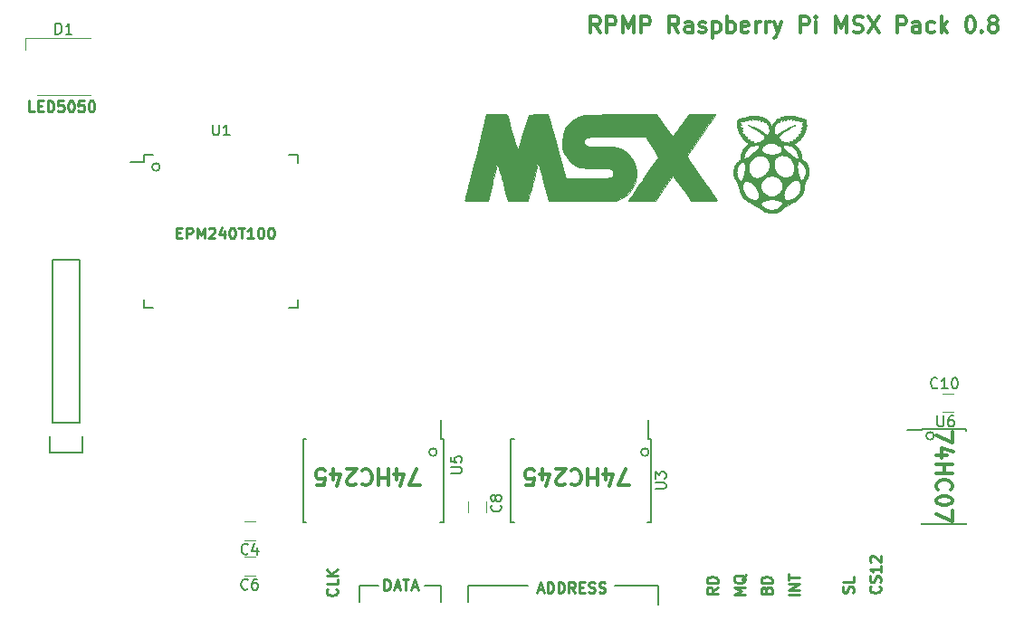
<source format=gto>
G04 #@! TF.FileFunction,Legend,Top*
%FSLAX46Y46*%
G04 Gerber Fmt 4.6, Leading zero omitted, Abs format (unit mm)*
G04 Created by KiCad (PCBNEW 4.0.7) date 03/28/18 13:44:51*
%MOMM*%
%LPD*%
G01*
G04 APERTURE LIST*
%ADD10C,0.100000*%
%ADD11C,0.250000*%
%ADD12C,0.200000*%
%ADD13C,0.300000*%
%ADD14C,0.150000*%
%ADD15C,0.010000*%
%ADD16C,0.120000*%
G04 APERTURE END LIST*
D10*
D11*
X109288581Y-60091581D02*
X108812390Y-60091581D01*
X108812390Y-59091581D01*
X109621914Y-59567771D02*
X109955248Y-59567771D01*
X110098105Y-60091581D02*
X109621914Y-60091581D01*
X109621914Y-59091581D01*
X110098105Y-59091581D01*
X110526676Y-60091581D02*
X110526676Y-59091581D01*
X110764771Y-59091581D01*
X110907629Y-59139200D01*
X111002867Y-59234438D01*
X111050486Y-59329676D01*
X111098105Y-59520152D01*
X111098105Y-59663010D01*
X111050486Y-59853486D01*
X111002867Y-59948724D01*
X110907629Y-60043962D01*
X110764771Y-60091581D01*
X110526676Y-60091581D01*
X112002867Y-59091581D02*
X111526676Y-59091581D01*
X111479057Y-59567771D01*
X111526676Y-59520152D01*
X111621914Y-59472533D01*
X111860010Y-59472533D01*
X111955248Y-59520152D01*
X112002867Y-59567771D01*
X112050486Y-59663010D01*
X112050486Y-59901105D01*
X112002867Y-59996343D01*
X111955248Y-60043962D01*
X111860010Y-60091581D01*
X111621914Y-60091581D01*
X111526676Y-60043962D01*
X111479057Y-59996343D01*
X112669533Y-59091581D02*
X112764772Y-59091581D01*
X112860010Y-59139200D01*
X112907629Y-59186819D01*
X112955248Y-59282057D01*
X113002867Y-59472533D01*
X113002867Y-59710629D01*
X112955248Y-59901105D01*
X112907629Y-59996343D01*
X112860010Y-60043962D01*
X112764772Y-60091581D01*
X112669533Y-60091581D01*
X112574295Y-60043962D01*
X112526676Y-59996343D01*
X112479057Y-59901105D01*
X112431438Y-59710629D01*
X112431438Y-59472533D01*
X112479057Y-59282057D01*
X112526676Y-59186819D01*
X112574295Y-59139200D01*
X112669533Y-59091581D01*
X113907629Y-59091581D02*
X113431438Y-59091581D01*
X113383819Y-59567771D01*
X113431438Y-59520152D01*
X113526676Y-59472533D01*
X113764772Y-59472533D01*
X113860010Y-59520152D01*
X113907629Y-59567771D01*
X113955248Y-59663010D01*
X113955248Y-59901105D01*
X113907629Y-59996343D01*
X113860010Y-60043962D01*
X113764772Y-60091581D01*
X113526676Y-60091581D01*
X113431438Y-60043962D01*
X113383819Y-59996343D01*
X114574295Y-59091581D02*
X114669534Y-59091581D01*
X114764772Y-59139200D01*
X114812391Y-59186819D01*
X114860010Y-59282057D01*
X114907629Y-59472533D01*
X114907629Y-59710629D01*
X114860010Y-59901105D01*
X114812391Y-59996343D01*
X114764772Y-60043962D01*
X114669534Y-60091581D01*
X114574295Y-60091581D01*
X114479057Y-60043962D01*
X114431438Y-59996343D01*
X114383819Y-59901105D01*
X114336200Y-59710629D01*
X114336200Y-59472533D01*
X114383819Y-59282057D01*
X114431438Y-59186819D01*
X114479057Y-59139200D01*
X114574295Y-59091581D01*
X122603190Y-71429571D02*
X122936524Y-71429571D01*
X123079381Y-71953381D02*
X122603190Y-71953381D01*
X122603190Y-70953381D01*
X123079381Y-70953381D01*
X123507952Y-71953381D02*
X123507952Y-70953381D01*
X123888905Y-70953381D01*
X123984143Y-71001000D01*
X124031762Y-71048619D01*
X124079381Y-71143857D01*
X124079381Y-71286714D01*
X124031762Y-71381952D01*
X123984143Y-71429571D01*
X123888905Y-71477190D01*
X123507952Y-71477190D01*
X124507952Y-71953381D02*
X124507952Y-70953381D01*
X124841286Y-71667667D01*
X125174619Y-70953381D01*
X125174619Y-71953381D01*
X125603190Y-71048619D02*
X125650809Y-71001000D01*
X125746047Y-70953381D01*
X125984143Y-70953381D01*
X126079381Y-71001000D01*
X126127000Y-71048619D01*
X126174619Y-71143857D01*
X126174619Y-71239095D01*
X126127000Y-71381952D01*
X125555571Y-71953381D01*
X126174619Y-71953381D01*
X127031762Y-71286714D02*
X127031762Y-71953381D01*
X126793666Y-70905762D02*
X126555571Y-71620048D01*
X127174619Y-71620048D01*
X127746047Y-70953381D02*
X127841286Y-70953381D01*
X127936524Y-71001000D01*
X127984143Y-71048619D01*
X128031762Y-71143857D01*
X128079381Y-71334333D01*
X128079381Y-71572429D01*
X128031762Y-71762905D01*
X127984143Y-71858143D01*
X127936524Y-71905762D01*
X127841286Y-71953381D01*
X127746047Y-71953381D01*
X127650809Y-71905762D01*
X127603190Y-71858143D01*
X127555571Y-71762905D01*
X127507952Y-71572429D01*
X127507952Y-71334333D01*
X127555571Y-71143857D01*
X127603190Y-71048619D01*
X127650809Y-71001000D01*
X127746047Y-70953381D01*
X128365095Y-70953381D02*
X128936524Y-70953381D01*
X128650809Y-71953381D02*
X128650809Y-70953381D01*
X129793667Y-71953381D02*
X129222238Y-71953381D01*
X129507952Y-71953381D02*
X129507952Y-70953381D01*
X129412714Y-71096238D01*
X129317476Y-71191476D01*
X129222238Y-71239095D01*
X130412714Y-70953381D02*
X130507953Y-70953381D01*
X130603191Y-71001000D01*
X130650810Y-71048619D01*
X130698429Y-71143857D01*
X130746048Y-71334333D01*
X130746048Y-71572429D01*
X130698429Y-71762905D01*
X130650810Y-71858143D01*
X130603191Y-71905762D01*
X130507953Y-71953381D01*
X130412714Y-71953381D01*
X130317476Y-71905762D01*
X130269857Y-71858143D01*
X130222238Y-71762905D01*
X130174619Y-71572429D01*
X130174619Y-71334333D01*
X130222238Y-71143857D01*
X130269857Y-71048619D01*
X130317476Y-71001000D01*
X130412714Y-70953381D01*
X131365095Y-70953381D02*
X131460334Y-70953381D01*
X131555572Y-71001000D01*
X131603191Y-71048619D01*
X131650810Y-71143857D01*
X131698429Y-71334333D01*
X131698429Y-71572429D01*
X131650810Y-71762905D01*
X131603191Y-71858143D01*
X131555572Y-71905762D01*
X131460334Y-71953381D01*
X131365095Y-71953381D01*
X131269857Y-71905762D01*
X131222238Y-71858143D01*
X131174619Y-71762905D01*
X131127000Y-71572429D01*
X131127000Y-71334333D01*
X131174619Y-71143857D01*
X131222238Y-71048619D01*
X131269857Y-71001000D01*
X131365095Y-70953381D01*
D12*
X193399210Y-90424000D02*
G75*
G03X193399210Y-90424000I-359210J0D01*
G01*
D13*
X195131429Y-90055430D02*
X195131429Y-91055430D01*
X193631429Y-90412573D01*
X194631429Y-92269715D02*
X193631429Y-92269715D01*
X195202857Y-91912572D02*
X194131429Y-91555429D01*
X194131429Y-92484001D01*
X193631429Y-93055429D02*
X195131429Y-93055429D01*
X194417143Y-93055429D02*
X194417143Y-93912572D01*
X193631429Y-93912572D02*
X195131429Y-93912572D01*
X193774286Y-95484001D02*
X193702857Y-95412572D01*
X193631429Y-95198286D01*
X193631429Y-95055429D01*
X193702857Y-94841144D01*
X193845714Y-94698286D01*
X193988571Y-94626858D01*
X194274286Y-94555429D01*
X194488571Y-94555429D01*
X194774286Y-94626858D01*
X194917143Y-94698286D01*
X195060000Y-94841144D01*
X195131429Y-95055429D01*
X195131429Y-95198286D01*
X195060000Y-95412572D01*
X194988571Y-95484001D01*
X195131429Y-96412572D02*
X195131429Y-96555429D01*
X195060000Y-96698286D01*
X194988571Y-96769715D01*
X194845714Y-96841144D01*
X194560000Y-96912572D01*
X194202857Y-96912572D01*
X193917143Y-96841144D01*
X193774286Y-96769715D01*
X193702857Y-96698286D01*
X193631429Y-96555429D01*
X193631429Y-96412572D01*
X193702857Y-96269715D01*
X193774286Y-96198286D01*
X193917143Y-96126858D01*
X194202857Y-96055429D01*
X194560000Y-96055429D01*
X194845714Y-96126858D01*
X194988571Y-96198286D01*
X195060000Y-96269715D01*
X195131429Y-96412572D01*
X195131429Y-97412572D02*
X195131429Y-98412572D01*
X193631429Y-97769715D01*
X145354856Y-95055429D02*
X144354856Y-95055429D01*
X144997713Y-93555429D01*
X143140571Y-94555429D02*
X143140571Y-93555429D01*
X143497714Y-95126857D02*
X143854857Y-94055429D01*
X142926285Y-94055429D01*
X142354857Y-93555429D02*
X142354857Y-95055429D01*
X142354857Y-94341143D02*
X141497714Y-94341143D01*
X141497714Y-93555429D02*
X141497714Y-95055429D01*
X139926285Y-93698286D02*
X139997714Y-93626857D01*
X140212000Y-93555429D01*
X140354857Y-93555429D01*
X140569142Y-93626857D01*
X140712000Y-93769714D01*
X140783428Y-93912571D01*
X140854857Y-94198286D01*
X140854857Y-94412571D01*
X140783428Y-94698286D01*
X140712000Y-94841143D01*
X140569142Y-94984000D01*
X140354857Y-95055429D01*
X140212000Y-95055429D01*
X139997714Y-94984000D01*
X139926285Y-94912571D01*
X139354857Y-94912571D02*
X139283428Y-94984000D01*
X139140571Y-95055429D01*
X138783428Y-95055429D01*
X138640571Y-94984000D01*
X138569142Y-94912571D01*
X138497714Y-94769714D01*
X138497714Y-94626857D01*
X138569142Y-94412571D01*
X139426285Y-93555429D01*
X138497714Y-93555429D01*
X137212000Y-94555429D02*
X137212000Y-93555429D01*
X137569143Y-95126857D02*
X137926286Y-94055429D01*
X136997714Y-94055429D01*
X135712000Y-95055429D02*
X136426286Y-95055429D01*
X136497715Y-94341143D01*
X136426286Y-94412571D01*
X136283429Y-94484000D01*
X135926286Y-94484000D01*
X135783429Y-94412571D01*
X135712000Y-94341143D01*
X135640572Y-94198286D01*
X135640572Y-93841143D01*
X135712000Y-93698286D01*
X135783429Y-93626857D01*
X135926286Y-93555429D01*
X136283429Y-93555429D01*
X136426286Y-93626857D01*
X136497715Y-93698286D01*
X164912856Y-95055429D02*
X163912856Y-95055429D01*
X164555713Y-93555429D01*
X162698571Y-94555429D02*
X162698571Y-93555429D01*
X163055714Y-95126857D02*
X163412857Y-94055429D01*
X162484285Y-94055429D01*
X161912857Y-93555429D02*
X161912857Y-95055429D01*
X161912857Y-94341143D02*
X161055714Y-94341143D01*
X161055714Y-93555429D02*
X161055714Y-95055429D01*
X159484285Y-93698286D02*
X159555714Y-93626857D01*
X159770000Y-93555429D01*
X159912857Y-93555429D01*
X160127142Y-93626857D01*
X160270000Y-93769714D01*
X160341428Y-93912571D01*
X160412857Y-94198286D01*
X160412857Y-94412571D01*
X160341428Y-94698286D01*
X160270000Y-94841143D01*
X160127142Y-94984000D01*
X159912857Y-95055429D01*
X159770000Y-95055429D01*
X159555714Y-94984000D01*
X159484285Y-94912571D01*
X158912857Y-94912571D02*
X158841428Y-94984000D01*
X158698571Y-95055429D01*
X158341428Y-95055429D01*
X158198571Y-94984000D01*
X158127142Y-94912571D01*
X158055714Y-94769714D01*
X158055714Y-94626857D01*
X158127142Y-94412571D01*
X158984285Y-93555429D01*
X158055714Y-93555429D01*
X156770000Y-94555429D02*
X156770000Y-93555429D01*
X157127143Y-95126857D02*
X157484286Y-94055429D01*
X156555714Y-94055429D01*
X155270000Y-95055429D02*
X155984286Y-95055429D01*
X156055715Y-94341143D01*
X155984286Y-94412571D01*
X155841429Y-94484000D01*
X155484286Y-94484000D01*
X155341429Y-94412571D01*
X155270000Y-94341143D01*
X155198572Y-94198286D01*
X155198572Y-93841143D01*
X155270000Y-93698286D01*
X155341429Y-93626857D01*
X155484286Y-93555429D01*
X155841429Y-93555429D01*
X155984286Y-93626857D01*
X156055715Y-93698286D01*
D12*
X166729210Y-91948000D02*
G75*
G03X166729210Y-91948000I-359210J0D01*
G01*
X146917210Y-91948000D02*
G75*
G03X146917210Y-91948000I-359210J0D01*
G01*
X121009210Y-65278000D02*
G75*
G03X121009210Y-65278000I-359210J0D01*
G01*
X167640000Y-104394000D02*
X163576000Y-104394000D01*
X167640000Y-106172000D02*
X167640000Y-104394000D01*
D11*
X137517143Y-104735238D02*
X137564762Y-104782857D01*
X137612381Y-104925714D01*
X137612381Y-105020952D01*
X137564762Y-105163810D01*
X137469524Y-105259048D01*
X137374286Y-105306667D01*
X137183810Y-105354286D01*
X137040952Y-105354286D01*
X136850476Y-105306667D01*
X136755238Y-105259048D01*
X136660000Y-105163810D01*
X136612381Y-105020952D01*
X136612381Y-104925714D01*
X136660000Y-104782857D01*
X136707619Y-104735238D01*
X137612381Y-103830476D02*
X137612381Y-104306667D01*
X136612381Y-104306667D01*
X137612381Y-103497143D02*
X136612381Y-103497143D01*
X137612381Y-102925714D02*
X137040952Y-103354286D01*
X136612381Y-102925714D02*
X137183810Y-103497143D01*
X188317143Y-104497047D02*
X188364762Y-104544666D01*
X188412381Y-104687523D01*
X188412381Y-104782761D01*
X188364762Y-104925619D01*
X188269524Y-105020857D01*
X188174286Y-105068476D01*
X187983810Y-105116095D01*
X187840952Y-105116095D01*
X187650476Y-105068476D01*
X187555238Y-105020857D01*
X187460000Y-104925619D01*
X187412381Y-104782761D01*
X187412381Y-104687523D01*
X187460000Y-104544666D01*
X187507619Y-104497047D01*
X188364762Y-104116095D02*
X188412381Y-103973238D01*
X188412381Y-103735142D01*
X188364762Y-103639904D01*
X188317143Y-103592285D01*
X188221905Y-103544666D01*
X188126667Y-103544666D01*
X188031429Y-103592285D01*
X187983810Y-103639904D01*
X187936190Y-103735142D01*
X187888571Y-103925619D01*
X187840952Y-104020857D01*
X187793333Y-104068476D01*
X187698095Y-104116095D01*
X187602857Y-104116095D01*
X187507619Y-104068476D01*
X187460000Y-104020857D01*
X187412381Y-103925619D01*
X187412381Y-103687523D01*
X187460000Y-103544666D01*
X188412381Y-102592285D02*
X188412381Y-103163714D01*
X188412381Y-102878000D02*
X187412381Y-102878000D01*
X187555238Y-102973238D01*
X187650476Y-103068476D01*
X187698095Y-103163714D01*
X187507619Y-102211333D02*
X187460000Y-102163714D01*
X187412381Y-102068476D01*
X187412381Y-101830380D01*
X187460000Y-101735142D01*
X187507619Y-101687523D01*
X187602857Y-101639904D01*
X187698095Y-101639904D01*
X187840952Y-101687523D01*
X188412381Y-102258952D01*
X188412381Y-101639904D01*
D12*
X166878000Y-104394000D02*
X163576000Y-104394000D01*
X152146000Y-104394000D02*
X155448000Y-104394000D01*
D11*
X142010000Y-104846381D02*
X142010000Y-103846381D01*
X142248095Y-103846381D01*
X142390953Y-103894000D01*
X142486191Y-103989238D01*
X142533810Y-104084476D01*
X142581429Y-104274952D01*
X142581429Y-104417810D01*
X142533810Y-104608286D01*
X142486191Y-104703524D01*
X142390953Y-104798762D01*
X142248095Y-104846381D01*
X142010000Y-104846381D01*
X142962381Y-104560667D02*
X143438572Y-104560667D01*
X142867143Y-104846381D02*
X143200476Y-103846381D01*
X143533810Y-104846381D01*
X143724286Y-103846381D02*
X144295715Y-103846381D01*
X144010000Y-104846381D02*
X144010000Y-103846381D01*
X144581429Y-104560667D02*
X145057620Y-104560667D01*
X144486191Y-104846381D02*
X144819524Y-103846381D01*
X145152858Y-104846381D01*
D12*
X139700000Y-104394000D02*
X141478000Y-104394000D01*
X139700000Y-105918000D02*
X139700000Y-104394000D01*
X147320000Y-104394000D02*
X145796000Y-104394000D01*
X147320000Y-105918000D02*
X147320000Y-104394000D01*
X149860000Y-104394000D02*
X152146000Y-104394000D01*
X149860000Y-105918000D02*
X149860000Y-104394000D01*
D11*
X156369143Y-104814667D02*
X156845334Y-104814667D01*
X156273905Y-105100381D02*
X156607238Y-104100381D01*
X156940572Y-105100381D01*
X157273905Y-105100381D02*
X157273905Y-104100381D01*
X157512000Y-104100381D01*
X157654858Y-104148000D01*
X157750096Y-104243238D01*
X157797715Y-104338476D01*
X157845334Y-104528952D01*
X157845334Y-104671810D01*
X157797715Y-104862286D01*
X157750096Y-104957524D01*
X157654858Y-105052762D01*
X157512000Y-105100381D01*
X157273905Y-105100381D01*
X158273905Y-105100381D02*
X158273905Y-104100381D01*
X158512000Y-104100381D01*
X158654858Y-104148000D01*
X158750096Y-104243238D01*
X158797715Y-104338476D01*
X158845334Y-104528952D01*
X158845334Y-104671810D01*
X158797715Y-104862286D01*
X158750096Y-104957524D01*
X158654858Y-105052762D01*
X158512000Y-105100381D01*
X158273905Y-105100381D01*
X159845334Y-105100381D02*
X159512000Y-104624190D01*
X159273905Y-105100381D02*
X159273905Y-104100381D01*
X159654858Y-104100381D01*
X159750096Y-104148000D01*
X159797715Y-104195619D01*
X159845334Y-104290857D01*
X159845334Y-104433714D01*
X159797715Y-104528952D01*
X159750096Y-104576571D01*
X159654858Y-104624190D01*
X159273905Y-104624190D01*
X160273905Y-104576571D02*
X160607239Y-104576571D01*
X160750096Y-105100381D02*
X160273905Y-105100381D01*
X160273905Y-104100381D01*
X160750096Y-104100381D01*
X161131048Y-105052762D02*
X161273905Y-105100381D01*
X161512001Y-105100381D01*
X161607239Y-105052762D01*
X161654858Y-105005143D01*
X161702477Y-104909905D01*
X161702477Y-104814667D01*
X161654858Y-104719429D01*
X161607239Y-104671810D01*
X161512001Y-104624190D01*
X161321524Y-104576571D01*
X161226286Y-104528952D01*
X161178667Y-104481333D01*
X161131048Y-104386095D01*
X161131048Y-104290857D01*
X161178667Y-104195619D01*
X161226286Y-104148000D01*
X161321524Y-104100381D01*
X161559620Y-104100381D01*
X161702477Y-104148000D01*
X162083429Y-105052762D02*
X162226286Y-105100381D01*
X162464382Y-105100381D01*
X162559620Y-105052762D01*
X162607239Y-105005143D01*
X162654858Y-104909905D01*
X162654858Y-104814667D01*
X162607239Y-104719429D01*
X162559620Y-104671810D01*
X162464382Y-104624190D01*
X162273905Y-104576571D01*
X162178667Y-104528952D01*
X162131048Y-104481333D01*
X162083429Y-104386095D01*
X162083429Y-104290857D01*
X162131048Y-104195619D01*
X162178667Y-104148000D01*
X162273905Y-104100381D01*
X162512001Y-104100381D01*
X162654858Y-104148000D01*
X180792381Y-105298762D02*
X179792381Y-105298762D01*
X180792381Y-104822572D02*
X179792381Y-104822572D01*
X180792381Y-104251143D01*
X179792381Y-104251143D01*
X179792381Y-103917810D02*
X179792381Y-103346381D01*
X180792381Y-103632096D02*
X179792381Y-103632096D01*
X175712381Y-105251143D02*
X174712381Y-105251143D01*
X175426667Y-104917809D01*
X174712381Y-104584476D01*
X175712381Y-104584476D01*
X175807619Y-103441619D02*
X175760000Y-103536857D01*
X175664762Y-103632095D01*
X175521905Y-103774952D01*
X175474286Y-103870191D01*
X175474286Y-103965429D01*
X175712381Y-103917810D02*
X175664762Y-104013048D01*
X175569524Y-104108286D01*
X175379048Y-104155905D01*
X175045714Y-104155905D01*
X174855238Y-104108286D01*
X174760000Y-104013048D01*
X174712381Y-103917810D01*
X174712381Y-103727333D01*
X174760000Y-103632095D01*
X174855238Y-103536857D01*
X175045714Y-103489238D01*
X175379048Y-103489238D01*
X175569524Y-103536857D01*
X175664762Y-103632095D01*
X175712381Y-103727333D01*
X175712381Y-103917810D01*
X173172381Y-104584476D02*
X172696190Y-104917810D01*
X173172381Y-105155905D02*
X172172381Y-105155905D01*
X172172381Y-104774952D01*
X172220000Y-104679714D01*
X172267619Y-104632095D01*
X172362857Y-104584476D01*
X172505714Y-104584476D01*
X172600952Y-104632095D01*
X172648571Y-104679714D01*
X172696190Y-104774952D01*
X172696190Y-105155905D01*
X173172381Y-104155905D02*
X172172381Y-104155905D01*
X172172381Y-103917810D01*
X172220000Y-103774952D01*
X172315238Y-103679714D01*
X172410476Y-103632095D01*
X172600952Y-103584476D01*
X172743810Y-103584476D01*
X172934286Y-103632095D01*
X173029524Y-103679714D01*
X173124762Y-103774952D01*
X173172381Y-103917810D01*
X173172381Y-104155905D01*
X185824762Y-105084476D02*
X185872381Y-104941619D01*
X185872381Y-104703523D01*
X185824762Y-104608285D01*
X185777143Y-104560666D01*
X185681905Y-104513047D01*
X185586667Y-104513047D01*
X185491429Y-104560666D01*
X185443810Y-104608285D01*
X185396190Y-104703523D01*
X185348571Y-104894000D01*
X185300952Y-104989238D01*
X185253333Y-105036857D01*
X185158095Y-105084476D01*
X185062857Y-105084476D01*
X184967619Y-105036857D01*
X184920000Y-104989238D01*
X184872381Y-104894000D01*
X184872381Y-104655904D01*
X184920000Y-104513047D01*
X185872381Y-103608285D02*
X185872381Y-104084476D01*
X184872381Y-104084476D01*
X177728571Y-104822571D02*
X177776190Y-104679714D01*
X177823810Y-104632095D01*
X177919048Y-104584476D01*
X178061905Y-104584476D01*
X178157143Y-104632095D01*
X178204762Y-104679714D01*
X178252381Y-104774952D01*
X178252381Y-105155905D01*
X177252381Y-105155905D01*
X177252381Y-104822571D01*
X177300000Y-104727333D01*
X177347619Y-104679714D01*
X177442857Y-104632095D01*
X177538095Y-104632095D01*
X177633333Y-104679714D01*
X177680952Y-104727333D01*
X177728571Y-104822571D01*
X177728571Y-105155905D01*
X178252381Y-104155905D02*
X177252381Y-104155905D01*
X177252381Y-103917810D01*
X177300000Y-103774952D01*
X177395238Y-103679714D01*
X177490476Y-103632095D01*
X177680952Y-103584476D01*
X177823810Y-103584476D01*
X178014286Y-103632095D01*
X178109524Y-103679714D01*
X178204762Y-103774952D01*
X178252381Y-103917810D01*
X178252381Y-104155905D01*
D13*
X162171744Y-52697771D02*
X161671744Y-51983486D01*
X161314601Y-52697771D02*
X161314601Y-51197771D01*
X161886029Y-51197771D01*
X162028887Y-51269200D01*
X162100315Y-51340629D01*
X162171744Y-51483486D01*
X162171744Y-51697771D01*
X162100315Y-51840629D01*
X162028887Y-51912057D01*
X161886029Y-51983486D01*
X161314601Y-51983486D01*
X162814601Y-52697771D02*
X162814601Y-51197771D01*
X163386029Y-51197771D01*
X163528887Y-51269200D01*
X163600315Y-51340629D01*
X163671744Y-51483486D01*
X163671744Y-51697771D01*
X163600315Y-51840629D01*
X163528887Y-51912057D01*
X163386029Y-51983486D01*
X162814601Y-51983486D01*
X164314601Y-52697771D02*
X164314601Y-51197771D01*
X164814601Y-52269200D01*
X165314601Y-51197771D01*
X165314601Y-52697771D01*
X166028887Y-52697771D02*
X166028887Y-51197771D01*
X166600315Y-51197771D01*
X166743173Y-51269200D01*
X166814601Y-51340629D01*
X166886030Y-51483486D01*
X166886030Y-51697771D01*
X166814601Y-51840629D01*
X166743173Y-51912057D01*
X166600315Y-51983486D01*
X166028887Y-51983486D01*
X169528887Y-52697771D02*
X169028887Y-51983486D01*
X168671744Y-52697771D02*
X168671744Y-51197771D01*
X169243172Y-51197771D01*
X169386030Y-51269200D01*
X169457458Y-51340629D01*
X169528887Y-51483486D01*
X169528887Y-51697771D01*
X169457458Y-51840629D01*
X169386030Y-51912057D01*
X169243172Y-51983486D01*
X168671744Y-51983486D01*
X170814601Y-52697771D02*
X170814601Y-51912057D01*
X170743172Y-51769200D01*
X170600315Y-51697771D01*
X170314601Y-51697771D01*
X170171744Y-51769200D01*
X170814601Y-52626343D02*
X170671744Y-52697771D01*
X170314601Y-52697771D01*
X170171744Y-52626343D01*
X170100315Y-52483486D01*
X170100315Y-52340629D01*
X170171744Y-52197771D01*
X170314601Y-52126343D01*
X170671744Y-52126343D01*
X170814601Y-52054914D01*
X171457458Y-52626343D02*
X171600315Y-52697771D01*
X171886030Y-52697771D01*
X172028887Y-52626343D01*
X172100315Y-52483486D01*
X172100315Y-52412057D01*
X172028887Y-52269200D01*
X171886030Y-52197771D01*
X171671744Y-52197771D01*
X171528887Y-52126343D01*
X171457458Y-51983486D01*
X171457458Y-51912057D01*
X171528887Y-51769200D01*
X171671744Y-51697771D01*
X171886030Y-51697771D01*
X172028887Y-51769200D01*
X172743173Y-51697771D02*
X172743173Y-53197771D01*
X172743173Y-51769200D02*
X172886030Y-51697771D01*
X173171744Y-51697771D01*
X173314601Y-51769200D01*
X173386030Y-51840629D01*
X173457459Y-51983486D01*
X173457459Y-52412057D01*
X173386030Y-52554914D01*
X173314601Y-52626343D01*
X173171744Y-52697771D01*
X172886030Y-52697771D01*
X172743173Y-52626343D01*
X174100316Y-52697771D02*
X174100316Y-51197771D01*
X174100316Y-51769200D02*
X174243173Y-51697771D01*
X174528887Y-51697771D01*
X174671744Y-51769200D01*
X174743173Y-51840629D01*
X174814602Y-51983486D01*
X174814602Y-52412057D01*
X174743173Y-52554914D01*
X174671744Y-52626343D01*
X174528887Y-52697771D01*
X174243173Y-52697771D01*
X174100316Y-52626343D01*
X176028887Y-52626343D02*
X175886030Y-52697771D01*
X175600316Y-52697771D01*
X175457459Y-52626343D01*
X175386030Y-52483486D01*
X175386030Y-51912057D01*
X175457459Y-51769200D01*
X175600316Y-51697771D01*
X175886030Y-51697771D01*
X176028887Y-51769200D01*
X176100316Y-51912057D01*
X176100316Y-52054914D01*
X175386030Y-52197771D01*
X176743173Y-52697771D02*
X176743173Y-51697771D01*
X176743173Y-51983486D02*
X176814601Y-51840629D01*
X176886030Y-51769200D01*
X177028887Y-51697771D01*
X177171744Y-51697771D01*
X177671744Y-52697771D02*
X177671744Y-51697771D01*
X177671744Y-51983486D02*
X177743172Y-51840629D01*
X177814601Y-51769200D01*
X177957458Y-51697771D01*
X178100315Y-51697771D01*
X178457458Y-51697771D02*
X178814601Y-52697771D01*
X179171743Y-51697771D02*
X178814601Y-52697771D01*
X178671743Y-53054914D01*
X178600315Y-53126343D01*
X178457458Y-53197771D01*
X180886029Y-52697771D02*
X180886029Y-51197771D01*
X181457457Y-51197771D01*
X181600315Y-51269200D01*
X181671743Y-51340629D01*
X181743172Y-51483486D01*
X181743172Y-51697771D01*
X181671743Y-51840629D01*
X181600315Y-51912057D01*
X181457457Y-51983486D01*
X180886029Y-51983486D01*
X182386029Y-52697771D02*
X182386029Y-51697771D01*
X182386029Y-51197771D02*
X182314600Y-51269200D01*
X182386029Y-51340629D01*
X182457457Y-51269200D01*
X182386029Y-51197771D01*
X182386029Y-51340629D01*
X184243172Y-52697771D02*
X184243172Y-51197771D01*
X184743172Y-52269200D01*
X185243172Y-51197771D01*
X185243172Y-52697771D01*
X185886029Y-52626343D02*
X186100315Y-52697771D01*
X186457458Y-52697771D01*
X186600315Y-52626343D01*
X186671744Y-52554914D01*
X186743172Y-52412057D01*
X186743172Y-52269200D01*
X186671744Y-52126343D01*
X186600315Y-52054914D01*
X186457458Y-51983486D01*
X186171744Y-51912057D01*
X186028886Y-51840629D01*
X185957458Y-51769200D01*
X185886029Y-51626343D01*
X185886029Y-51483486D01*
X185957458Y-51340629D01*
X186028886Y-51269200D01*
X186171744Y-51197771D01*
X186528886Y-51197771D01*
X186743172Y-51269200D01*
X187243172Y-51197771D02*
X188243172Y-52697771D01*
X188243172Y-51197771D02*
X187243172Y-52697771D01*
X189957457Y-52697771D02*
X189957457Y-51197771D01*
X190528885Y-51197771D01*
X190671743Y-51269200D01*
X190743171Y-51340629D01*
X190814600Y-51483486D01*
X190814600Y-51697771D01*
X190743171Y-51840629D01*
X190671743Y-51912057D01*
X190528885Y-51983486D01*
X189957457Y-51983486D01*
X192100314Y-52697771D02*
X192100314Y-51912057D01*
X192028885Y-51769200D01*
X191886028Y-51697771D01*
X191600314Y-51697771D01*
X191457457Y-51769200D01*
X192100314Y-52626343D02*
X191957457Y-52697771D01*
X191600314Y-52697771D01*
X191457457Y-52626343D01*
X191386028Y-52483486D01*
X191386028Y-52340629D01*
X191457457Y-52197771D01*
X191600314Y-52126343D01*
X191957457Y-52126343D01*
X192100314Y-52054914D01*
X193457457Y-52626343D02*
X193314600Y-52697771D01*
X193028886Y-52697771D01*
X192886028Y-52626343D01*
X192814600Y-52554914D01*
X192743171Y-52412057D01*
X192743171Y-51983486D01*
X192814600Y-51840629D01*
X192886028Y-51769200D01*
X193028886Y-51697771D01*
X193314600Y-51697771D01*
X193457457Y-51769200D01*
X194100314Y-52697771D02*
X194100314Y-51197771D01*
X194243171Y-52126343D02*
X194671742Y-52697771D01*
X194671742Y-51697771D02*
X194100314Y-52269200D01*
X196743171Y-51197771D02*
X196886028Y-51197771D01*
X197028885Y-51269200D01*
X197100314Y-51340629D01*
X197171743Y-51483486D01*
X197243171Y-51769200D01*
X197243171Y-52126343D01*
X197171743Y-52412057D01*
X197100314Y-52554914D01*
X197028885Y-52626343D01*
X196886028Y-52697771D01*
X196743171Y-52697771D01*
X196600314Y-52626343D01*
X196528885Y-52554914D01*
X196457457Y-52412057D01*
X196386028Y-52126343D01*
X196386028Y-51769200D01*
X196457457Y-51483486D01*
X196528885Y-51340629D01*
X196600314Y-51269200D01*
X196743171Y-51197771D01*
X197886028Y-52554914D02*
X197957456Y-52626343D01*
X197886028Y-52697771D01*
X197814599Y-52626343D01*
X197886028Y-52554914D01*
X197886028Y-52697771D01*
X198814600Y-51840629D02*
X198671742Y-51769200D01*
X198600314Y-51697771D01*
X198528885Y-51554914D01*
X198528885Y-51483486D01*
X198600314Y-51340629D01*
X198671742Y-51269200D01*
X198814600Y-51197771D01*
X199100314Y-51197771D01*
X199243171Y-51269200D01*
X199314600Y-51340629D01*
X199386028Y-51483486D01*
X199386028Y-51554914D01*
X199314600Y-51697771D01*
X199243171Y-51769200D01*
X199100314Y-51840629D01*
X198814600Y-51840629D01*
X198671742Y-51912057D01*
X198600314Y-51983486D01*
X198528885Y-52126343D01*
X198528885Y-52412057D01*
X198600314Y-52554914D01*
X198671742Y-52626343D01*
X198814600Y-52697771D01*
X199100314Y-52697771D01*
X199243171Y-52626343D01*
X199314600Y-52554914D01*
X199386028Y-52412057D01*
X199386028Y-52126343D01*
X199314600Y-51983486D01*
X199243171Y-51912057D01*
X199100314Y-51840629D01*
D14*
X119571000Y-64122800D02*
X119571000Y-64847800D01*
X133921000Y-64122800D02*
X133921000Y-64922800D01*
X133921000Y-78472800D02*
X133921000Y-77672800D01*
X119571000Y-78472800D02*
X119571000Y-77672800D01*
X119571000Y-64122800D02*
X120371000Y-64122800D01*
X119571000Y-78472800D02*
X120371000Y-78472800D01*
X133921000Y-78472800D02*
X133121000Y-78472800D01*
X133921000Y-64122800D02*
X133121000Y-64122800D01*
X119571000Y-64847800D02*
X118296000Y-64847800D01*
X166976000Y-90741000D02*
X166726000Y-90741000D01*
X166976000Y-98491000D02*
X166641000Y-98491000D01*
X153826000Y-98491000D02*
X154161000Y-98491000D01*
X153826000Y-90741000D02*
X154161000Y-90741000D01*
X166976000Y-90741000D02*
X166976000Y-98491000D01*
X153826000Y-90741000D02*
X153826000Y-98491000D01*
X166726000Y-90741000D02*
X166726000Y-88941000D01*
X147545000Y-90741000D02*
X147295000Y-90741000D01*
X147545000Y-98491000D02*
X147210000Y-98491000D01*
X134395000Y-98491000D02*
X134730000Y-98491000D01*
X134395000Y-90741000D02*
X134730000Y-90741000D01*
X147545000Y-90741000D02*
X147545000Y-98491000D01*
X134395000Y-90741000D02*
X134395000Y-98491000D01*
X147295000Y-90741000D02*
X147295000Y-88941000D01*
D15*
G36*
X157390826Y-60639676D02*
X157434920Y-60798070D01*
X157518649Y-61097213D01*
X157635769Y-61514856D01*
X157780033Y-62028750D01*
X157945198Y-62616645D01*
X158125018Y-63256290D01*
X158229284Y-63627000D01*
X158979536Y-66294000D01*
X161026510Y-66316678D01*
X161761141Y-66320851D01*
X162358303Y-66315793D01*
X162809934Y-66301745D01*
X163107973Y-66278949D01*
X163240075Y-66250199D01*
X163359021Y-66103199D01*
X163408502Y-65875061D01*
X163381865Y-65641899D01*
X163305067Y-65506600D01*
X163186559Y-65461988D01*
X162927726Y-65430562D01*
X162519326Y-65411656D01*
X161952116Y-65404606D01*
X161886900Y-65404527D01*
X161404553Y-65398759D01*
X160957780Y-65383195D01*
X160585253Y-65359922D01*
X160325642Y-65331025D01*
X160254972Y-65316471D01*
X159777207Y-65098303D01*
X159349707Y-64731320D01*
X158991997Y-64233227D01*
X158926866Y-64112243D01*
X158767536Y-63774882D01*
X158679456Y-63498070D01*
X158642452Y-63199824D01*
X158636126Y-62930664D01*
X158703521Y-62271756D01*
X158912324Y-61702785D01*
X159265796Y-61218802D01*
X159767198Y-60814863D01*
X160179173Y-60590443D01*
X160655000Y-60367333D01*
X164041667Y-60345027D01*
X167428334Y-60322722D01*
X168190334Y-61385296D01*
X168952334Y-62447869D01*
X169137513Y-62217216D01*
X169259790Y-62055747D01*
X169450781Y-61792982D01*
X169683064Y-61467019D01*
X169899513Y-61158633D01*
X170476334Y-60330703D01*
X171725167Y-60327851D01*
X172163192Y-60329788D01*
X172534077Y-60337027D01*
X172808310Y-60348549D01*
X172956380Y-60363334D01*
X172974000Y-60370993D01*
X172926861Y-60449304D01*
X172793816Y-60647284D01*
X172587425Y-60946841D01*
X172320247Y-61329882D01*
X172004843Y-61778315D01*
X171653771Y-62274046D01*
X171618042Y-62324320D01*
X171239838Y-62862731D01*
X170913284Y-63340385D01*
X170648378Y-63741812D01*
X170455121Y-64051540D01*
X170343511Y-64254097D01*
X170320823Y-64331494D01*
X170383303Y-64424317D01*
X170530535Y-64636804D01*
X170749504Y-64950361D01*
X171027193Y-65346398D01*
X171350584Y-65806321D01*
X171706660Y-66311539D01*
X171761448Y-66389176D01*
X172118100Y-66896277D01*
X172440605Y-67358285D01*
X172716602Y-67757213D01*
X172933731Y-68075075D01*
X173079631Y-68293884D01*
X173141943Y-68395655D01*
X173143334Y-68400009D01*
X173063647Y-68418798D01*
X172844491Y-68434655D01*
X172515722Y-68446286D01*
X172107197Y-68452393D01*
X171923099Y-68453000D01*
X170702864Y-68452999D01*
X170298537Y-67881500D01*
X170044915Y-67525931D01*
X169749341Y-67115843D01*
X169470638Y-66732802D01*
X169438343Y-66688742D01*
X168982475Y-66067485D01*
X168168693Y-67260242D01*
X167354910Y-68453000D01*
X166100455Y-68453000D01*
X165661377Y-68450115D01*
X165289373Y-68442171D01*
X165013892Y-68430232D01*
X164864380Y-68415364D01*
X164846000Y-68407626D01*
X164892608Y-68329149D01*
X165024204Y-68130184D01*
X165228442Y-67828812D01*
X165492978Y-67443109D01*
X165805470Y-66991156D01*
X166153572Y-66491031D01*
X166201756Y-66422047D01*
X166556658Y-65912269D01*
X166880170Y-65443986D01*
X167159366Y-65036195D01*
X167381321Y-64707893D01*
X167533110Y-64478077D01*
X167601808Y-64365745D01*
X167603703Y-64361468D01*
X167575697Y-64248560D01*
X167464814Y-64027493D01*
X167287297Y-63727400D01*
X167059392Y-63377410D01*
X167034860Y-63341381D01*
X166419826Y-62441666D01*
X163691627Y-62441666D01*
X162901373Y-62442271D01*
X162264018Y-62445764D01*
X161763126Y-62454662D01*
X161382264Y-62471482D01*
X161104997Y-62498742D01*
X160914890Y-62538957D01*
X160795508Y-62594645D01*
X160730418Y-62668324D01*
X160703185Y-62762510D01*
X160697373Y-62879721D01*
X160697333Y-62900258D01*
X160715667Y-63067616D01*
X160785112Y-63190834D01*
X160927333Y-63276398D01*
X161163993Y-63330794D01*
X161516759Y-63360508D01*
X162007293Y-63372025D01*
X162276418Y-63372999D01*
X162905503Y-63381383D01*
X163397731Y-63411794D01*
X163784988Y-63472121D01*
X164099161Y-63570255D01*
X164372134Y-63714084D01*
X164635793Y-63911498D01*
X164709550Y-63975036D01*
X165142758Y-64460396D01*
X165424164Y-65020548D01*
X165554137Y-65656330D01*
X165563915Y-65913000D01*
X165485152Y-66581126D01*
X165258710Y-67177073D01*
X164893575Y-67686189D01*
X164398731Y-68093825D01*
X164136924Y-68239860D01*
X163696996Y-68455097D01*
X160528980Y-68432882D01*
X157360963Y-68410666D01*
X156894775Y-66657429D01*
X156756458Y-66143692D01*
X156631620Y-65692229D01*
X156526939Y-65326199D01*
X156449094Y-65068764D01*
X156404762Y-64943083D01*
X156398040Y-64934737D01*
X156370839Y-65018428D01*
X156308011Y-65236538D01*
X156217491Y-65559853D01*
X156107213Y-65959161D01*
X155985112Y-66405246D01*
X155859123Y-66868895D01*
X155737182Y-67320893D01*
X155627222Y-67732026D01*
X155537179Y-68073080D01*
X155474987Y-68314841D01*
X155448582Y-68428094D01*
X155448192Y-68431833D01*
X155369154Y-68440356D01*
X155155044Y-68447238D01*
X154840123Y-68451698D01*
X154520667Y-68453000D01*
X153593334Y-68453000D01*
X153435372Y-67923833D01*
X153353965Y-67644248D01*
X153241603Y-67249015D01*
X153111744Y-66785895D01*
X152977843Y-66302646D01*
X152946377Y-66188166D01*
X152827442Y-65765042D01*
X152721360Y-65406917D01*
X152636999Y-65142280D01*
X152583229Y-64999621D01*
X152571172Y-64982803D01*
X152539116Y-65061545D01*
X152474580Y-65281024D01*
X152383989Y-65617174D01*
X152273768Y-66045928D01*
X152150343Y-66543219D01*
X152107760Y-66718470D01*
X151688520Y-68453000D01*
X150595868Y-68453000D01*
X150128543Y-68449142D01*
X149810633Y-68436247D01*
X149622365Y-68412331D01*
X149543969Y-68375410D01*
X149541082Y-68347166D01*
X149568862Y-68246096D01*
X149633872Y-67997234D01*
X149731922Y-67616979D01*
X149858818Y-67121729D01*
X150010368Y-66527880D01*
X150182382Y-65851832D01*
X150370666Y-65109981D01*
X150571029Y-64318726D01*
X150580023Y-64283166D01*
X151581099Y-60325000D01*
X152535177Y-60325000D01*
X152954503Y-60327913D01*
X153234170Y-60339588D01*
X153403797Y-60364428D01*
X153493001Y-60406835D01*
X153531401Y-60471211D01*
X153531974Y-60473166D01*
X153567179Y-60598099D01*
X153639958Y-60858404D01*
X153742562Y-61226297D01*
X153867244Y-61673993D01*
X154006256Y-62173710D01*
X154019883Y-62222724D01*
X154157616Y-62704842D01*
X154282482Y-63116833D01*
X154387098Y-63436358D01*
X154464087Y-63641078D01*
X154506066Y-63708653D01*
X154509386Y-63704390D01*
X154545970Y-63589047D01*
X154621841Y-63338068D01*
X154728976Y-62978407D01*
X154859351Y-62537018D01*
X155004943Y-62040854D01*
X155023907Y-61976000D01*
X155494114Y-60367333D01*
X156398367Y-60343343D01*
X157302619Y-60319352D01*
X157390826Y-60639676D01*
X157390826Y-60639676D01*
G37*
X157390826Y-60639676D02*
X157434920Y-60798070D01*
X157518649Y-61097213D01*
X157635769Y-61514856D01*
X157780033Y-62028750D01*
X157945198Y-62616645D01*
X158125018Y-63256290D01*
X158229284Y-63627000D01*
X158979536Y-66294000D01*
X161026510Y-66316678D01*
X161761141Y-66320851D01*
X162358303Y-66315793D01*
X162809934Y-66301745D01*
X163107973Y-66278949D01*
X163240075Y-66250199D01*
X163359021Y-66103199D01*
X163408502Y-65875061D01*
X163381865Y-65641899D01*
X163305067Y-65506600D01*
X163186559Y-65461988D01*
X162927726Y-65430562D01*
X162519326Y-65411656D01*
X161952116Y-65404606D01*
X161886900Y-65404527D01*
X161404553Y-65398759D01*
X160957780Y-65383195D01*
X160585253Y-65359922D01*
X160325642Y-65331025D01*
X160254972Y-65316471D01*
X159777207Y-65098303D01*
X159349707Y-64731320D01*
X158991997Y-64233227D01*
X158926866Y-64112243D01*
X158767536Y-63774882D01*
X158679456Y-63498070D01*
X158642452Y-63199824D01*
X158636126Y-62930664D01*
X158703521Y-62271756D01*
X158912324Y-61702785D01*
X159265796Y-61218802D01*
X159767198Y-60814863D01*
X160179173Y-60590443D01*
X160655000Y-60367333D01*
X164041667Y-60345027D01*
X167428334Y-60322722D01*
X168190334Y-61385296D01*
X168952334Y-62447869D01*
X169137513Y-62217216D01*
X169259790Y-62055747D01*
X169450781Y-61792982D01*
X169683064Y-61467019D01*
X169899513Y-61158633D01*
X170476334Y-60330703D01*
X171725167Y-60327851D01*
X172163192Y-60329788D01*
X172534077Y-60337027D01*
X172808310Y-60348549D01*
X172956380Y-60363334D01*
X172974000Y-60370993D01*
X172926861Y-60449304D01*
X172793816Y-60647284D01*
X172587425Y-60946841D01*
X172320247Y-61329882D01*
X172004843Y-61778315D01*
X171653771Y-62274046D01*
X171618042Y-62324320D01*
X171239838Y-62862731D01*
X170913284Y-63340385D01*
X170648378Y-63741812D01*
X170455121Y-64051540D01*
X170343511Y-64254097D01*
X170320823Y-64331494D01*
X170383303Y-64424317D01*
X170530535Y-64636804D01*
X170749504Y-64950361D01*
X171027193Y-65346398D01*
X171350584Y-65806321D01*
X171706660Y-66311539D01*
X171761448Y-66389176D01*
X172118100Y-66896277D01*
X172440605Y-67358285D01*
X172716602Y-67757213D01*
X172933731Y-68075075D01*
X173079631Y-68293884D01*
X173141943Y-68395655D01*
X173143334Y-68400009D01*
X173063647Y-68418798D01*
X172844491Y-68434655D01*
X172515722Y-68446286D01*
X172107197Y-68452393D01*
X171923099Y-68453000D01*
X170702864Y-68452999D01*
X170298537Y-67881500D01*
X170044915Y-67525931D01*
X169749341Y-67115843D01*
X169470638Y-66732802D01*
X169438343Y-66688742D01*
X168982475Y-66067485D01*
X168168693Y-67260242D01*
X167354910Y-68453000D01*
X166100455Y-68453000D01*
X165661377Y-68450115D01*
X165289373Y-68442171D01*
X165013892Y-68430232D01*
X164864380Y-68415364D01*
X164846000Y-68407626D01*
X164892608Y-68329149D01*
X165024204Y-68130184D01*
X165228442Y-67828812D01*
X165492978Y-67443109D01*
X165805470Y-66991156D01*
X166153572Y-66491031D01*
X166201756Y-66422047D01*
X166556658Y-65912269D01*
X166880170Y-65443986D01*
X167159366Y-65036195D01*
X167381321Y-64707893D01*
X167533110Y-64478077D01*
X167601808Y-64365745D01*
X167603703Y-64361468D01*
X167575697Y-64248560D01*
X167464814Y-64027493D01*
X167287297Y-63727400D01*
X167059392Y-63377410D01*
X167034860Y-63341381D01*
X166419826Y-62441666D01*
X163691627Y-62441666D01*
X162901373Y-62442271D01*
X162264018Y-62445764D01*
X161763126Y-62454662D01*
X161382264Y-62471482D01*
X161104997Y-62498742D01*
X160914890Y-62538957D01*
X160795508Y-62594645D01*
X160730418Y-62668324D01*
X160703185Y-62762510D01*
X160697373Y-62879721D01*
X160697333Y-62900258D01*
X160715667Y-63067616D01*
X160785112Y-63190834D01*
X160927333Y-63276398D01*
X161163993Y-63330794D01*
X161516759Y-63360508D01*
X162007293Y-63372025D01*
X162276418Y-63372999D01*
X162905503Y-63381383D01*
X163397731Y-63411794D01*
X163784988Y-63472121D01*
X164099161Y-63570255D01*
X164372134Y-63714084D01*
X164635793Y-63911498D01*
X164709550Y-63975036D01*
X165142758Y-64460396D01*
X165424164Y-65020548D01*
X165554137Y-65656330D01*
X165563915Y-65913000D01*
X165485152Y-66581126D01*
X165258710Y-67177073D01*
X164893575Y-67686189D01*
X164398731Y-68093825D01*
X164136924Y-68239860D01*
X163696996Y-68455097D01*
X160528980Y-68432882D01*
X157360963Y-68410666D01*
X156894775Y-66657429D01*
X156756458Y-66143692D01*
X156631620Y-65692229D01*
X156526939Y-65326199D01*
X156449094Y-65068764D01*
X156404762Y-64943083D01*
X156398040Y-64934737D01*
X156370839Y-65018428D01*
X156308011Y-65236538D01*
X156217491Y-65559853D01*
X156107213Y-65959161D01*
X155985112Y-66405246D01*
X155859123Y-66868895D01*
X155737182Y-67320893D01*
X155627222Y-67732026D01*
X155537179Y-68073080D01*
X155474987Y-68314841D01*
X155448582Y-68428094D01*
X155448192Y-68431833D01*
X155369154Y-68440356D01*
X155155044Y-68447238D01*
X154840123Y-68451698D01*
X154520667Y-68453000D01*
X153593334Y-68453000D01*
X153435372Y-67923833D01*
X153353965Y-67644248D01*
X153241603Y-67249015D01*
X153111744Y-66785895D01*
X152977843Y-66302646D01*
X152946377Y-66188166D01*
X152827442Y-65765042D01*
X152721360Y-65406917D01*
X152636999Y-65142280D01*
X152583229Y-64999621D01*
X152571172Y-64982803D01*
X152539116Y-65061545D01*
X152474580Y-65281024D01*
X152383989Y-65617174D01*
X152273768Y-66045928D01*
X152150343Y-66543219D01*
X152107760Y-66718470D01*
X151688520Y-68453000D01*
X150595868Y-68453000D01*
X150128543Y-68449142D01*
X149810633Y-68436247D01*
X149622365Y-68412331D01*
X149543969Y-68375410D01*
X149541082Y-68347166D01*
X149568862Y-68246096D01*
X149633872Y-67997234D01*
X149731922Y-67616979D01*
X149858818Y-67121729D01*
X150010368Y-66527880D01*
X150182382Y-65851832D01*
X150370666Y-65109981D01*
X150571029Y-64318726D01*
X150580023Y-64283166D01*
X151581099Y-60325000D01*
X152535177Y-60325000D01*
X152954503Y-60327913D01*
X153234170Y-60339588D01*
X153403797Y-60364428D01*
X153493001Y-60406835D01*
X153531401Y-60471211D01*
X153531974Y-60473166D01*
X153567179Y-60598099D01*
X153639958Y-60858404D01*
X153742562Y-61226297D01*
X153867244Y-61673993D01*
X154006256Y-62173710D01*
X154019883Y-62222724D01*
X154157616Y-62704842D01*
X154282482Y-63116833D01*
X154387098Y-63436358D01*
X154464087Y-63641078D01*
X154506066Y-63708653D01*
X154509386Y-63704390D01*
X154545970Y-63589047D01*
X154621841Y-63338068D01*
X154728976Y-62978407D01*
X154859351Y-62537018D01*
X155004943Y-62040854D01*
X155023907Y-61976000D01*
X155494114Y-60367333D01*
X156398367Y-60343343D01*
X157302619Y-60319352D01*
X157390826Y-60639676D01*
D14*
X192286000Y-89809400D02*
X192286000Y-89834400D01*
X196436000Y-89809400D02*
X196436000Y-89924400D01*
X196436000Y-98709400D02*
X196436000Y-98594400D01*
X192286000Y-98709400D02*
X192286000Y-98594400D01*
X192286000Y-89809400D02*
X196436000Y-89809400D01*
X192286000Y-98709400D02*
X196436000Y-98709400D01*
X192286000Y-89834400D02*
X190911000Y-89834400D01*
D16*
X128938400Y-100164000D02*
X129938400Y-100164000D01*
X129938400Y-98464000D02*
X128938400Y-98464000D01*
X128913000Y-103466000D02*
X129913000Y-103466000D01*
X129913000Y-101766000D02*
X128913000Y-101766000D01*
X149822800Y-96553400D02*
X149822800Y-97553400D01*
X151522800Y-97553400D02*
X151522800Y-96553400D01*
X194191000Y-88162500D02*
X195191000Y-88162500D01*
X195191000Y-86462500D02*
X194191000Y-86462500D01*
D14*
X110998000Y-89154000D02*
X110998000Y-73914000D01*
X110998000Y-73914000D02*
X113538000Y-73914000D01*
X113538000Y-73914000D02*
X113538000Y-89154000D01*
X110718000Y-91974000D02*
X110718000Y-90424000D01*
X110998000Y-89154000D02*
X113538000Y-89154000D01*
X113818000Y-90424000D02*
X113818000Y-91974000D01*
X113818000Y-91974000D02*
X110718000Y-91974000D01*
D15*
G36*
X179933626Y-60483671D02*
X179980120Y-60501989D01*
X180005612Y-60515655D01*
X180028231Y-60520119D01*
X180058061Y-60515982D01*
X180088070Y-60508442D01*
X180175388Y-60492711D01*
X180255870Y-60492671D01*
X180323635Y-60508162D01*
X180339644Y-60515318D01*
X180371875Y-60533656D01*
X180393544Y-60549461D01*
X180397037Y-60553418D01*
X180412870Y-60559875D01*
X180446798Y-60564497D01*
X180491533Y-60566299D01*
X180492322Y-60566299D01*
X180565411Y-60570118D01*
X180620225Y-60582731D01*
X180662890Y-60605878D01*
X180678706Y-60619202D01*
X180699491Y-60633432D01*
X180729038Y-60642313D01*
X180773925Y-60647393D01*
X180805706Y-60649053D01*
X180893953Y-60655536D01*
X180962475Y-60668000D01*
X181016580Y-60688142D01*
X181061579Y-60717659D01*
X181083785Y-60737916D01*
X181116949Y-60768555D01*
X181141865Y-60783367D01*
X181166252Y-60786281D01*
X181176575Y-60785147D01*
X181255732Y-60785013D01*
X181328661Y-60806812D01*
X181390751Y-60848298D01*
X181437391Y-60907227D01*
X181440996Y-60913930D01*
X181456938Y-60965296D01*
X181461230Y-61027232D01*
X181453850Y-61087723D01*
X181441394Y-61123442D01*
X181428335Y-61152955D01*
X181428381Y-61173418D01*
X181442566Y-61197963D01*
X181447856Y-61205452D01*
X181469384Y-61250924D01*
X181479890Y-61313719D01*
X181480410Y-61321409D01*
X181481127Y-61370107D01*
X181474440Y-61409232D01*
X181457545Y-61451601D01*
X181447459Y-61472017D01*
X181426808Y-61515742D01*
X181417449Y-61547195D01*
X181417397Y-61575760D01*
X181421187Y-61596216D01*
X181425374Y-61663977D01*
X181406905Y-61732950D01*
X181365014Y-61805432D01*
X181341450Y-61836018D01*
X181319425Y-61867466D01*
X181308541Y-61899285D01*
X181305257Y-61942863D01*
X181305200Y-61952666D01*
X181302169Y-62012492D01*
X181290508Y-62058904D01*
X181266360Y-62101358D01*
X181225869Y-62149308D01*
X181224319Y-62150975D01*
X181190509Y-62191022D01*
X181171232Y-62226128D01*
X181161004Y-62266982D01*
X181159491Y-62277303D01*
X181143701Y-62338594D01*
X181112032Y-62394761D01*
X181061542Y-62449862D01*
X180995447Y-62503460D01*
X180950973Y-62538030D01*
X180924739Y-62563992D01*
X180913033Y-62585507D01*
X180911434Y-62597574D01*
X180902354Y-62636457D01*
X180878875Y-62682057D01*
X180846449Y-62725244D01*
X180820644Y-62749698D01*
X180791390Y-62768948D01*
X180748762Y-62792865D01*
X180707802Y-62813450D01*
X180661440Y-62837681D01*
X180632154Y-62860283D01*
X180612832Y-62887372D01*
X180606365Y-62900687D01*
X180568308Y-62955816D01*
X180508274Y-63003223D01*
X180428917Y-63041382D01*
X180332892Y-63068769D01*
X180304368Y-63074132D01*
X180271751Y-63081617D01*
X180252930Y-63089759D01*
X180251100Y-63092499D01*
X180261120Y-63103005D01*
X180287931Y-63123200D01*
X180326654Y-63149516D01*
X180346902Y-63162555D01*
X180422610Y-63216425D01*
X180505176Y-63285079D01*
X180587608Y-63362007D01*
X180662913Y-63440703D01*
X180721337Y-63510985D01*
X180777178Y-63594338D01*
X180832818Y-63694241D01*
X180884166Y-63802142D01*
X180927132Y-63909490D01*
X180956064Y-64001650D01*
X180971228Y-64069871D01*
X180985479Y-64151709D01*
X180996916Y-64235400D01*
X181002046Y-64286492D01*
X181010927Y-64373580D01*
X181022999Y-64440495D01*
X181040602Y-64492450D01*
X181066077Y-64534658D01*
X181101765Y-64572331D01*
X181146450Y-64608070D01*
X181278780Y-64720703D01*
X181397754Y-64852360D01*
X181500307Y-64998848D01*
X181583375Y-65155971D01*
X181626909Y-65265988D01*
X181674713Y-65443797D01*
X181698169Y-65625008D01*
X181697651Y-65807188D01*
X181673532Y-65987904D01*
X181626185Y-66164722D01*
X181555982Y-66335209D01*
X181463297Y-66496931D01*
X181431054Y-66543527D01*
X181400015Y-66587716D01*
X181377002Y-66624906D01*
X181359122Y-66661769D01*
X181343480Y-66704974D01*
X181327184Y-66761194D01*
X181312620Y-66816577D01*
X181294734Y-66884287D01*
X181277120Y-66948188D01*
X181261648Y-67001669D01*
X181250189Y-67038118D01*
X181248927Y-67041721D01*
X181238244Y-67084953D01*
X181231011Y-67139938D01*
X181229000Y-67182933D01*
X181218488Y-67329254D01*
X181188116Y-67483589D01*
X181139629Y-67640596D01*
X181074772Y-67794934D01*
X180995292Y-67941260D01*
X180966471Y-67986399D01*
X180866717Y-68116330D01*
X180746614Y-68238920D01*
X180610945Y-68350501D01*
X180464495Y-68447406D01*
X180312048Y-68525966D01*
X180210544Y-68565960D01*
X180173362Y-68582413D01*
X180122253Y-68609972D01*
X180063862Y-68644844D01*
X180004833Y-68683233D01*
X180002916Y-68684540D01*
X179778862Y-68824404D01*
X179541259Y-68948038D01*
X179484554Y-68974133D01*
X179420634Y-69004437D01*
X179371386Y-69032871D01*
X179327473Y-69065847D01*
X179279555Y-69109779D01*
X179262304Y-69126747D01*
X179112910Y-69258924D01*
X178954687Y-69367298D01*
X178787444Y-69451952D01*
X178610994Y-69512967D01*
X178425146Y-69550426D01*
X178257200Y-69563875D01*
X178190273Y-69565251D01*
X178129443Y-69565637D01*
X178080806Y-69565053D01*
X178050457Y-69563519D01*
X178047650Y-69563179D01*
X178013939Y-69557922D01*
X177967363Y-69550122D01*
X177933350Y-69544183D01*
X177760200Y-69501147D01*
X177589614Y-69435190D01*
X177426162Y-69348713D01*
X177274416Y-69244115D01*
X177145950Y-69130832D01*
X177103630Y-69091224D01*
X177063863Y-69061478D01*
X177018005Y-69036128D01*
X176957415Y-69009710D01*
X176949100Y-69006352D01*
X176840182Y-68959042D01*
X176722896Y-68901890D01*
X176602934Y-68838123D01*
X176485988Y-68770972D01*
X176425371Y-68733276D01*
X177217265Y-68733276D01*
X177220208Y-68748236D01*
X177236345Y-68781943D01*
X177268731Y-68826799D01*
X177313437Y-68878526D01*
X177366535Y-68932843D01*
X177424096Y-68985473D01*
X177477960Y-69028981D01*
X177626973Y-69126717D01*
X177781531Y-69200067D01*
X177943282Y-69249741D01*
X178024956Y-69265543D01*
X178105813Y-69273142D01*
X178201851Y-69274051D01*
X178303904Y-69268823D01*
X178402807Y-69258009D01*
X178489396Y-69242163D01*
X178512896Y-69236150D01*
X178678982Y-69176782D01*
X178833867Y-69095173D01*
X178975425Y-68992756D01*
X179101527Y-68870965D01*
X179160689Y-68799930D01*
X179201119Y-68733729D01*
X179217036Y-68671514D01*
X179208328Y-68613129D01*
X179174885Y-68558420D01*
X179116596Y-68507232D01*
X179033350Y-68459411D01*
X178925038Y-68414800D01*
X178873150Y-68397335D01*
X178775790Y-68369551D01*
X178677809Y-68348739D01*
X178573832Y-68334249D01*
X178458486Y-68325435D01*
X178326395Y-68321646D01*
X178244500Y-68321471D01*
X178142077Y-68322609D01*
X178058935Y-68325106D01*
X177988970Y-68329394D01*
X177926078Y-68335906D01*
X177864156Y-68345076D01*
X177831750Y-68350775D01*
X177691812Y-68381398D01*
X177567107Y-68418753D01*
X177459037Y-68461932D01*
X177369004Y-68510021D01*
X177298408Y-68562111D01*
X177248652Y-68617291D01*
X177221137Y-68674650D01*
X177217265Y-68733276D01*
X176425371Y-68733276D01*
X176377753Y-68703664D01*
X176283919Y-68639429D01*
X176231550Y-68599398D01*
X176195235Y-68574198D01*
X176145166Y-68544826D01*
X176091027Y-68516892D01*
X176080653Y-68512013D01*
X175912818Y-68420816D01*
X175759352Y-68309554D01*
X175621622Y-68179982D01*
X175500995Y-68033857D01*
X175398837Y-67872934D01*
X175316516Y-67698967D01*
X175255398Y-67513712D01*
X175234949Y-67426014D01*
X175220357Y-67362977D01*
X175202956Y-67300497D01*
X175185650Y-67248625D01*
X175178874Y-67231889D01*
X175158979Y-67182292D01*
X175149364Y-67155553D01*
X175502744Y-67155553D01*
X175505740Y-67244601D01*
X175513406Y-67324112D01*
X175519489Y-67360322D01*
X175566945Y-67533824D01*
X175635951Y-67695470D01*
X175725219Y-67843695D01*
X175833458Y-67976936D01*
X175959381Y-68093628D01*
X176101698Y-68192209D01*
X176259121Y-68271115D01*
X176275728Y-68277896D01*
X176384068Y-68315127D01*
X176493036Y-68341296D01*
X176597905Y-68355921D01*
X176693945Y-68358520D01*
X176776429Y-68348609D01*
X176823898Y-68333832D01*
X176868022Y-68306186D01*
X176915334Y-68262664D01*
X176959444Y-68210707D01*
X176993961Y-68157754D01*
X177011539Y-68115399D01*
X177032327Y-67980877D01*
X177028592Y-67839960D01*
X177000357Y-67692785D01*
X176947646Y-67539492D01*
X176897098Y-67430382D01*
X176847490Y-67336138D01*
X176802233Y-67258271D01*
X176756306Y-67189550D01*
X176704687Y-67122744D01*
X176652489Y-67062350D01*
X177209738Y-67062350D01*
X177211225Y-67156400D01*
X177217076Y-67232621D01*
X177228859Y-67298427D01*
X177248142Y-67361234D01*
X177276495Y-67428459D01*
X177295563Y-67468068D01*
X177370347Y-67591253D01*
X177465492Y-67702992D01*
X177577636Y-67800910D01*
X177703415Y-67882630D01*
X177839464Y-67945775D01*
X177982422Y-67987969D01*
X178047650Y-67999425D01*
X178108161Y-68004682D01*
X178183369Y-68006679D01*
X178264749Y-68005631D01*
X178343773Y-68001751D01*
X178411916Y-67995254D01*
X178448182Y-67989348D01*
X178603837Y-67944862D01*
X178716137Y-67894409D01*
X179351208Y-67894409D01*
X179353729Y-67958253D01*
X179358651Y-68019209D01*
X179365870Y-68075274D01*
X179374253Y-68118662D01*
X179379649Y-68136053D01*
X179427668Y-68221741D01*
X179491299Y-68287395D01*
X179570535Y-68333009D01*
X179625427Y-68350722D01*
X179676712Y-68357086D01*
X179745767Y-68356860D01*
X179825986Y-68350592D01*
X179910763Y-68338827D01*
X179993492Y-68322114D01*
X180004959Y-68319303D01*
X180173191Y-68264401D01*
X180328806Y-68188059D01*
X180470426Y-68091612D01*
X180596674Y-67976399D01*
X180706172Y-67843757D01*
X180797543Y-67695023D01*
X180869410Y-67531534D01*
X180894265Y-67456050D01*
X180907299Y-67409926D01*
X180916582Y-67369162D01*
X180922773Y-67327686D01*
X180926531Y-67279426D01*
X180928515Y-67218313D01*
X180929385Y-67138273D01*
X180929419Y-67132200D01*
X180929405Y-67048821D01*
X180927984Y-66984820D01*
X180924625Y-66934186D01*
X180918798Y-66890913D01*
X180909974Y-66848991D01*
X180901572Y-66816658D01*
X180865286Y-66706183D01*
X180822392Y-66619046D01*
X180771228Y-66553668D01*
X180710131Y-66508473D01*
X180637437Y-66481884D01*
X180551484Y-66472322D01*
X180538428Y-66472252D01*
X180415582Y-66485568D01*
X180291588Y-66523860D01*
X180167192Y-66586776D01*
X180043135Y-66673963D01*
X179959000Y-66747263D01*
X179931247Y-66771799D01*
X179910950Y-66786900D01*
X179905691Y-66789189D01*
X179889206Y-66799407D01*
X179861266Y-66827633D01*
X179824293Y-66870599D01*
X179780704Y-66925036D01*
X179732918Y-66987675D01*
X179683353Y-67055247D01*
X179634430Y-67124485D01*
X179588566Y-67192117D01*
X179548180Y-67254877D01*
X179515691Y-67309495D01*
X179502435Y-67334154D01*
X179458919Y-67430545D01*
X179418402Y-67540854D01*
X179384903Y-67653620D01*
X179372838Y-67703700D01*
X179359461Y-67772070D01*
X179352549Y-67831664D01*
X179351208Y-67894409D01*
X178716137Y-67894409D01*
X178747457Y-67880338D01*
X178877295Y-67797518D01*
X178991607Y-67698145D01*
X179088646Y-67583960D01*
X179166666Y-67456706D01*
X179223922Y-67318124D01*
X179256694Y-67182511D01*
X179265651Y-67124042D01*
X179270174Y-67078482D01*
X179270237Y-67036542D01*
X179265816Y-66988929D01*
X179256885Y-66926355D01*
X179255981Y-66920463D01*
X179220775Y-66772714D01*
X179162512Y-66635142D01*
X179081846Y-66508825D01*
X178979436Y-66394839D01*
X178889510Y-66318664D01*
X178765623Y-66236389D01*
X178638889Y-66175955D01*
X178504963Y-66135980D01*
X178359499Y-66115077D01*
X178238150Y-66111098D01*
X178121244Y-66115732D01*
X178019579Y-66129154D01*
X177924088Y-66153540D01*
X177825708Y-66191067D01*
X177742850Y-66230004D01*
X177611848Y-66305234D01*
X177501533Y-66391151D01*
X177408177Y-66491442D01*
X177328051Y-66609794D01*
X177292740Y-66675000D01*
X177260590Y-66742262D01*
X177237831Y-66801027D01*
X177222916Y-66858507D01*
X177214301Y-66921919D01*
X177210439Y-66998474D01*
X177209738Y-67062350D01*
X176652489Y-67062350D01*
X176642353Y-67050623D01*
X176604486Y-67009106D01*
X176484655Y-66888042D01*
X176369605Y-66790277D01*
X176257259Y-66714654D01*
X176145538Y-66660015D01*
X176032363Y-66625202D01*
X175915658Y-66609060D01*
X175883802Y-66607763D01*
X175823029Y-66607321D01*
X175780302Y-66609794D01*
X175748332Y-66616243D01*
X175719832Y-66627730D01*
X175709221Y-66633194D01*
X175647278Y-66677783D01*
X175591083Y-66739003D01*
X175547945Y-66808134D01*
X175533660Y-66842637D01*
X175519875Y-66900509D01*
X175510001Y-66976574D01*
X175504228Y-67063900D01*
X175502744Y-67155553D01*
X175149364Y-67155553D01*
X175134825Y-67115124D01*
X175108655Y-67037366D01*
X175082708Y-66956002D01*
X175059226Y-66878015D01*
X175040450Y-66810387D01*
X175030715Y-66770250D01*
X175011025Y-66707744D01*
X174983549Y-66658690D01*
X174979101Y-66653203D01*
X174897525Y-66544379D01*
X174822816Y-66417865D01*
X174758936Y-66281204D01*
X174709848Y-66141941D01*
X174709003Y-66139035D01*
X174670938Y-65962931D01*
X174656535Y-65782418D01*
X174659163Y-65727780D01*
X174947353Y-65727780D01*
X174950707Y-65855858D01*
X174953877Y-65882145D01*
X174985343Y-66035810D01*
X175034796Y-66181951D01*
X175100301Y-66316395D01*
X175179923Y-66434968D01*
X175243308Y-66506576D01*
X175283002Y-66541907D01*
X175315353Y-66557380D01*
X175347237Y-66554183D01*
X175385528Y-66533505D01*
X175388296Y-66531656D01*
X175423664Y-66499858D01*
X175463509Y-66451608D01*
X175502904Y-66394052D01*
X175536923Y-66334332D01*
X175559102Y-66283997D01*
X175575136Y-66239494D01*
X175595111Y-66184393D01*
X175611400Y-66139683D01*
X175647396Y-66022456D01*
X175677667Y-65886594D01*
X175701631Y-65738337D01*
X175718702Y-65583924D01*
X175728296Y-65429594D01*
X175728748Y-65385950D01*
X176055146Y-65385950D01*
X176056044Y-65487191D01*
X176061323Y-65570067D01*
X176072379Y-65641438D01*
X176090610Y-65708163D01*
X176117412Y-65777101D01*
X176148265Y-65843150D01*
X176221212Y-65963916D01*
X176312035Y-66068203D01*
X176418369Y-66154874D01*
X176537850Y-66222795D01*
X176668112Y-66270830D01*
X176806792Y-66297844D01*
X176951523Y-66302701D01*
X177076426Y-66288760D01*
X177218070Y-66251056D01*
X177356681Y-66190196D01*
X177489462Y-66108420D01*
X177613619Y-66007971D01*
X177726355Y-65891092D01*
X177824875Y-65760023D01*
X177901344Y-65627250D01*
X177935775Y-65553859D01*
X177961685Y-65486954D01*
X177981785Y-65417741D01*
X177998784Y-65337424D01*
X178008988Y-65278000D01*
X178025098Y-65133311D01*
X178024465Y-65080542D01*
X178427063Y-65080542D01*
X178428072Y-65100200D01*
X178437623Y-65210563D01*
X178453713Y-65306182D01*
X178478793Y-65396474D01*
X178515315Y-65490860D01*
X178548683Y-65563750D01*
X178632311Y-65717230D01*
X178726675Y-65849393D01*
X178834228Y-65962936D01*
X178957425Y-66060552D01*
X179057582Y-66122708D01*
X179133963Y-66164048D01*
X179197760Y-66194110D01*
X179257403Y-66215889D01*
X179321317Y-66232381D01*
X179397930Y-66246580D01*
X179412900Y-66248994D01*
X179486778Y-66259814D01*
X179543930Y-66265299D01*
X179592460Y-66265463D01*
X179640471Y-66260316D01*
X179696069Y-66249872D01*
X179698159Y-66249431D01*
X179839676Y-66208516D01*
X179964194Y-66149021D01*
X180072730Y-66070266D01*
X180166302Y-65971573D01*
X180213262Y-65906247D01*
X180277840Y-65786665D01*
X180322384Y-65655996D01*
X180347519Y-65511912D01*
X180354084Y-65382758D01*
X180343005Y-65223539D01*
X180619417Y-65223539D01*
X180621875Y-65295373D01*
X180628785Y-65385995D01*
X180639424Y-65489326D01*
X180653070Y-65599285D01*
X180668998Y-65709795D01*
X180686486Y-65814774D01*
X180695376Y-65862200D01*
X180722533Y-65981718D01*
X180756044Y-66097922D01*
X180794371Y-66207182D01*
X180835979Y-66305869D01*
X180879332Y-66390353D01*
X180922895Y-66457004D01*
X180965131Y-66502193D01*
X180966708Y-66503453D01*
X180997525Y-66526012D01*
X181019104Y-66533328D01*
X181041545Y-66526626D01*
X181061940Y-66514994D01*
X181091987Y-66490340D01*
X181130641Y-66449272D01*
X181173554Y-66397223D01*
X181216379Y-66339628D01*
X181254769Y-66281920D01*
X181272831Y-66251363D01*
X181297001Y-66203035D01*
X181324054Y-66141140D01*
X181349406Y-66076392D01*
X181357836Y-66052700D01*
X181373497Y-66005967D01*
X181384636Y-65967586D01*
X181392039Y-65931510D01*
X181396489Y-65891694D01*
X181398771Y-65842092D01*
X181399671Y-65776658D01*
X181399869Y-65728850D01*
X181398813Y-65628344D01*
X181394233Y-65546599D01*
X181384975Y-65477086D01*
X181369883Y-65413275D01*
X181347802Y-65348637D01*
X181321365Y-65285191D01*
X181251730Y-65154226D01*
X181162780Y-65029998D01*
X181059250Y-64918114D01*
X180945873Y-64824177D01*
X180913144Y-64801942D01*
X180852318Y-64764903D01*
X180806534Y-64743197D01*
X180771591Y-64735579D01*
X180743287Y-64740802D01*
X180730401Y-64747782D01*
X180705586Y-64776261D01*
X180682121Y-64825907D01*
X180660993Y-64892488D01*
X180643188Y-64971772D01*
X180629694Y-65059529D01*
X180621497Y-65151527D01*
X180619417Y-65223539D01*
X180343005Y-65223539D01*
X180342153Y-65211308D01*
X180306110Y-65043772D01*
X180247212Y-64882752D01*
X180166713Y-64730853D01*
X180065869Y-64590677D01*
X179945935Y-64464827D01*
X179887095Y-64414384D01*
X179765392Y-64326266D01*
X179643372Y-64259053D01*
X179513720Y-64209234D01*
X179396194Y-64178817D01*
X179266661Y-64161237D01*
X179141574Y-64165572D01*
X179016601Y-64192406D01*
X178887408Y-64242325D01*
X178872267Y-64249484D01*
X178807207Y-64282447D01*
X178758137Y-64312196D01*
X178717194Y-64344247D01*
X178676517Y-64384118D01*
X178669067Y-64392065D01*
X178575129Y-64509825D01*
X178504325Y-64636478D01*
X178456290Y-64773099D01*
X178430658Y-64920762D01*
X178427063Y-65080542D01*
X178024465Y-65080542D01*
X178023513Y-65001252D01*
X178003612Y-64875648D01*
X177964773Y-64750323D01*
X177952881Y-64720367D01*
X177886434Y-64590768D01*
X177801581Y-64476987D01*
X177700565Y-64380544D01*
X177585631Y-64302955D01*
X177459021Y-64245740D01*
X177322980Y-64210416D01*
X177181483Y-64198500D01*
X177022906Y-64210954D01*
X176869479Y-64248108D01*
X176721926Y-64309651D01*
X176580975Y-64395270D01*
X176447352Y-64504653D01*
X176430188Y-64520959D01*
X176309875Y-64654477D01*
X176210430Y-64802436D01*
X176131790Y-64964939D01*
X176090132Y-65083920D01*
X176076503Y-65132115D01*
X176067016Y-65175206D01*
X176060890Y-65219921D01*
X176057346Y-65272987D01*
X176055606Y-65341131D01*
X176055146Y-65385950D01*
X175728748Y-65385950D01*
X175729830Y-65281588D01*
X175722720Y-65146145D01*
X175712266Y-65062022D01*
X175696890Y-64982078D01*
X175678813Y-64921212D01*
X175655501Y-64873102D01*
X175624421Y-64831427D01*
X175616306Y-64822511D01*
X175584237Y-64795653D01*
X175551204Y-64786177D01*
X175512372Y-64794442D01*
X175462907Y-64820808D01*
X175440375Y-64835608D01*
X175309464Y-64937793D01*
X175198368Y-65053792D01*
X175103581Y-65187349D01*
X175090122Y-65209865D01*
X175033992Y-65325432D01*
X174990490Y-65455190D01*
X174961113Y-65591765D01*
X174947353Y-65727780D01*
X174659163Y-65727780D01*
X174665270Y-65600840D01*
X174696616Y-65421543D01*
X174750048Y-65247871D01*
X174825042Y-65083169D01*
X174892313Y-64971690D01*
X174936277Y-64912877D01*
X174993012Y-64846186D01*
X175056370Y-64778106D01*
X175120207Y-64715124D01*
X175178375Y-64663727D01*
X175200207Y-64646735D01*
X175252278Y-64601000D01*
X175289503Y-64549108D01*
X175313985Y-64486147D01*
X175327828Y-64407204D01*
X175331542Y-64350804D01*
X175624378Y-64350804D01*
X175624415Y-64402105D01*
X175626633Y-64444414D01*
X175630589Y-64470715D01*
X175632224Y-64474725D01*
X175655200Y-64488557D01*
X175696508Y-64486682D01*
X175756785Y-64469033D01*
X175783748Y-64458603D01*
X175871156Y-64417251D01*
X175972913Y-64358960D01*
X176086361Y-64285654D01*
X176208839Y-64199257D01*
X176337687Y-64101694D01*
X176470245Y-63994888D01*
X176603854Y-63880764D01*
X176692940Y-63800888D01*
X176784183Y-63714284D01*
X176866917Y-63629568D01*
X176871827Y-63624107D01*
X177280439Y-63624107D01*
X177284551Y-63657143D01*
X177297392Y-63693331D01*
X177318072Y-63736275D01*
X177357596Y-63800941D01*
X177403756Y-63856024D01*
X177418295Y-63869548D01*
X177474463Y-63910435D01*
X177548727Y-63953628D01*
X177634404Y-63995849D01*
X177724810Y-64033822D01*
X177813263Y-64064272D01*
X177819050Y-64065990D01*
X177933212Y-64091882D01*
X178064193Y-64108710D01*
X178205023Y-64116312D01*
X178348729Y-64114526D01*
X178488343Y-64103190D01*
X178606450Y-64084336D01*
X178703174Y-64058931D01*
X178800755Y-64023400D01*
X178892970Y-63980692D01*
X178973600Y-63933753D01*
X179036424Y-63885533D01*
X179046512Y-63875785D01*
X179104482Y-63807820D01*
X179140278Y-63742162D01*
X179156064Y-63673837D01*
X179156435Y-63622779D01*
X179148654Y-63561993D01*
X179132165Y-63509872D01*
X179103622Y-63460009D01*
X179059678Y-63405997D01*
X179023135Y-63367516D01*
X178938561Y-63293414D01*
X179237646Y-63293414D01*
X179248038Y-63330771D01*
X179273340Y-63380354D01*
X179312072Y-63439252D01*
X179361924Y-63503559D01*
X179441159Y-63594236D01*
X179530979Y-63688684D01*
X179629241Y-63785245D01*
X179733804Y-63882258D01*
X179842524Y-63978064D01*
X179953262Y-64071004D01*
X180063873Y-64159416D01*
X180172217Y-64241643D01*
X180276151Y-64316024D01*
X180373533Y-64380899D01*
X180462222Y-64434610D01*
X180540074Y-64475495D01*
X180604948Y-64501897D01*
X180654703Y-64512154D01*
X180663568Y-64512069D01*
X180687392Y-64508017D01*
X180700570Y-64495114D01*
X180708773Y-64466283D01*
X180711279Y-64452500D01*
X180714848Y-64402959D01*
X180712754Y-64336011D01*
X180705760Y-64258821D01*
X180694629Y-64178555D01*
X180680125Y-64102379D01*
X180669352Y-64058820D01*
X180616629Y-63913636D01*
X180541757Y-63773721D01*
X180447964Y-63643319D01*
X180338480Y-63526674D01*
X180216534Y-63428031D01*
X180162993Y-63393360D01*
X180035472Y-63328033D01*
X179896459Y-63277045D01*
X179752583Y-63242034D01*
X179610470Y-63224638D01*
X179484929Y-63225769D01*
X179415599Y-63233002D01*
X179351326Y-63242344D01*
X179297445Y-63252790D01*
X179259290Y-63263335D01*
X179243647Y-63271193D01*
X179237646Y-63293414D01*
X178938561Y-63293414D01*
X178894683Y-63254969D01*
X178752305Y-63163441D01*
X178597612Y-63093861D01*
X178489491Y-63060397D01*
X178437638Y-63047700D01*
X178393649Y-63039118D01*
X178350634Y-63034071D01*
X178301705Y-63031977D01*
X178239973Y-63032257D01*
X178174650Y-63033859D01*
X178076042Y-63038077D01*
X177995716Y-63045437D01*
X177926600Y-63057477D01*
X177861626Y-63075729D01*
X177793726Y-63101731D01*
X177729656Y-63130496D01*
X177624569Y-63185651D01*
X177527855Y-63247846D01*
X177443343Y-63314005D01*
X177374866Y-63381047D01*
X177326253Y-63445895D01*
X177317535Y-63461634D01*
X177299486Y-63508009D01*
X177286006Y-63562209D01*
X177282767Y-63584372D01*
X177280439Y-63624107D01*
X176871827Y-63624107D01*
X176939502Y-63548847D01*
X177000300Y-63474225D01*
X177047671Y-63407809D01*
X177079975Y-63351704D01*
X177095574Y-63308017D01*
X177095166Y-63284151D01*
X177075844Y-63264207D01*
X177032543Y-63248354D01*
X176966381Y-63236789D01*
X176878480Y-63229709D01*
X176771300Y-63227311D01*
X176646286Y-63231689D01*
X176536495Y-63246170D01*
X176433123Y-63272605D01*
X176327371Y-63312845D01*
X176294350Y-63327662D01*
X176147153Y-63409266D01*
X176015175Y-63510000D01*
X175899869Y-63627645D01*
X175802685Y-63759988D01*
X175725074Y-63904812D01*
X175668487Y-64059902D01*
X175634374Y-64223041D01*
X175624378Y-64350804D01*
X175331542Y-64350804D01*
X175332373Y-64338200D01*
X175351813Y-64142581D01*
X175396046Y-63951519D01*
X175464618Y-63766783D01*
X175495847Y-63700826D01*
X175569267Y-63576949D01*
X175663027Y-63454175D01*
X175772364Y-63337456D01*
X175892510Y-63231747D01*
X176018702Y-63142000D01*
X176054037Y-63120657D01*
X176138983Y-63071377D01*
X176076628Y-63056418D01*
X175993974Y-63028362D01*
X175925427Y-62988451D01*
X175875275Y-62939537D01*
X175857505Y-62910700D01*
X175840270Y-62879948D01*
X175819350Y-62856497D01*
X175788323Y-62834891D01*
X175740765Y-62809677D01*
X175735438Y-62807036D01*
X175656053Y-62760757D01*
X175599320Y-62710596D01*
X175562515Y-62653753D01*
X175548942Y-62615574D01*
X175532776Y-62573521D01*
X175505855Y-62539961D01*
X175476157Y-62515665D01*
X175398798Y-62452267D01*
X175344479Y-62392670D01*
X175311581Y-62334581D01*
X175298485Y-62275705D01*
X175298100Y-62263195D01*
X175293119Y-62233416D01*
X175275616Y-62202273D01*
X175241748Y-62163039D01*
X175239635Y-62160827D01*
X175189718Y-62101064D01*
X175160057Y-62044545D01*
X175147658Y-61984289D01*
X175147171Y-61945457D01*
X175147110Y-61907010D01*
X175140759Y-61877928D01*
X175124492Y-61848527D01*
X175097455Y-61812619D01*
X175056573Y-61750896D01*
X175035887Y-61690817D01*
X175032670Y-61623088D01*
X175034801Y-61599019D01*
X175036059Y-61560353D01*
X175028795Y-61522676D01*
X175010790Y-61476239D01*
X175002959Y-61459137D01*
X174981890Y-61410268D01*
X174971617Y-61373080D01*
X174970567Y-61350153D01*
X175209200Y-61350153D01*
X175218416Y-61374334D01*
X175243420Y-61410172D01*
X175280243Y-61453360D01*
X175324915Y-61499591D01*
X175373468Y-61544558D01*
X175421932Y-61583954D01*
X175430335Y-61590118D01*
X175455889Y-61614341D01*
X175459646Y-61636340D01*
X175458661Y-61639308D01*
X175450776Y-61651110D01*
X175434749Y-61657005D01*
X175404660Y-61657985D01*
X175361646Y-61655555D01*
X175273292Y-61649233D01*
X175295221Y-61687066D01*
X175313172Y-61710867D01*
X175345183Y-61746646D01*
X175386512Y-61789304D01*
X175426544Y-61828224D01*
X175469477Y-61869644D01*
X175504839Y-61905411D01*
X175528893Y-61931629D01*
X175537884Y-61944250D01*
X175527391Y-61951724D01*
X175498085Y-61958711D01*
X175460240Y-61963316D01*
X175380650Y-61969683D01*
X175444150Y-62030442D01*
X175485925Y-62067267D01*
X175538928Y-62109653D01*
X175592966Y-62149512D01*
X175602900Y-62156399D01*
X175645564Y-62185686D01*
X175679779Y-62209326D01*
X175700485Y-62223818D01*
X175704132Y-62226489D01*
X175704013Y-62236228D01*
X175684138Y-62245338D01*
X175650131Y-62252196D01*
X175607615Y-62255183D01*
X175604519Y-62255205D01*
X175565942Y-62256036D01*
X175548303Y-62259492D01*
X175547153Y-62267452D01*
X175553719Y-62276640D01*
X175577504Y-62298165D01*
X175618471Y-62327844D01*
X175671194Y-62362260D01*
X175730245Y-62397997D01*
X175790196Y-62431638D01*
X175841642Y-62457878D01*
X175884335Y-62479432D01*
X175916385Y-62497784D01*
X175932288Y-62509715D01*
X175933100Y-62511406D01*
X175921413Y-62526978D01*
X175890406Y-62540034D01*
X175846156Y-62548287D01*
X175832052Y-62549435D01*
X175777767Y-62552638D01*
X175809308Y-62579769D01*
X175831868Y-62592852D01*
X175872893Y-62611138D01*
X175926521Y-62632527D01*
X175986888Y-62654919D01*
X176048130Y-62676217D01*
X176104386Y-62694319D01*
X176149793Y-62707129D01*
X176178486Y-62712545D01*
X176180311Y-62712600D01*
X176197267Y-62717915D01*
X176194092Y-62731637D01*
X176173176Y-62750423D01*
X176139407Y-62769750D01*
X176108792Y-62787265D01*
X176091586Y-62802664D01*
X176090083Y-62807850D01*
X176104880Y-62819106D01*
X176140487Y-62831661D01*
X176192416Y-62844531D01*
X176256180Y-62856736D01*
X176327290Y-62867292D01*
X176395746Y-62874740D01*
X176451792Y-62880358D01*
X176498060Y-62886232D01*
X176528925Y-62891572D01*
X176538638Y-62894804D01*
X176537462Y-62909297D01*
X176520122Y-62931640D01*
X176491995Y-62956229D01*
X176460179Y-62976564D01*
X176422050Y-62996628D01*
X176453800Y-63005748D01*
X176505491Y-63013895D01*
X176577149Y-63015315D01*
X176664279Y-63010122D01*
X176762387Y-62998432D01*
X176767269Y-62997713D01*
X176943090Y-62964221D01*
X177096761Y-62919085D01*
X177228876Y-62861971D01*
X177340027Y-62792550D01*
X177430806Y-62710487D01*
X177501806Y-62615452D01*
X177525137Y-62573061D01*
X177550902Y-62519637D01*
X177565927Y-62478537D01*
X177568814Y-62444606D01*
X177558163Y-62412687D01*
X177532578Y-62377622D01*
X177490660Y-62334255D01*
X177449807Y-62295210D01*
X177323169Y-62182832D01*
X177175593Y-62064991D01*
X177010359Y-61943898D01*
X176830742Y-61821761D01*
X176640021Y-61700790D01*
X176441471Y-61583196D01*
X176238370Y-61471188D01*
X176190275Y-61445884D01*
X176129229Y-61413808D01*
X176076975Y-61385858D01*
X176037284Y-61364091D01*
X176013931Y-61350566D01*
X176009300Y-61347166D01*
X176020459Y-61348848D01*
X176051528Y-61358766D01*
X176098894Y-61375576D01*
X176158943Y-61397933D01*
X176228062Y-61424492D01*
X176302636Y-61453908D01*
X176377600Y-61484240D01*
X176530426Y-61550253D01*
X176688389Y-61624666D01*
X176847973Y-61705445D01*
X177005659Y-61790553D01*
X177157932Y-61877955D01*
X177301274Y-61965615D01*
X177432168Y-62051498D01*
X177547098Y-62133567D01*
X177642547Y-62209787D01*
X177664726Y-62229284D01*
X177713603Y-62273317D01*
X177781650Y-62237690D01*
X177869610Y-62178196D01*
X177940961Y-62102347D01*
X177993825Y-62013873D01*
X178026327Y-61916504D01*
X178031016Y-61869648D01*
X178425453Y-61869648D01*
X178446349Y-61973309D01*
X178490316Y-62066567D01*
X178557315Y-62149226D01*
X178559293Y-62151163D01*
X178601763Y-62188489D01*
X178647843Y-62222913D01*
X178678795Y-62242043D01*
X178736331Y-62272566D01*
X178830140Y-62196007D01*
X178987358Y-62076474D01*
X179166102Y-61956238D01*
X179362642Y-61837320D01*
X179573250Y-61721739D01*
X179794199Y-61611516D01*
X180021758Y-61508669D01*
X180252201Y-61415220D01*
X180314749Y-61391744D01*
X180360491Y-61375416D01*
X180395518Y-61363937D01*
X180414391Y-61359045D01*
X180416200Y-61359313D01*
X180405644Y-61366766D01*
X180376733Y-61383690D01*
X180333597Y-61407746D01*
X180280371Y-61436596D01*
X180266975Y-61443749D01*
X180089167Y-61541442D01*
X179911453Y-61644806D01*
X179738140Y-61751095D01*
X179573536Y-61857563D01*
X179421947Y-61961465D01*
X179287682Y-62060054D01*
X179232600Y-62103123D01*
X179164258Y-62159405D01*
X179097259Y-62217462D01*
X179034438Y-62274546D01*
X178978632Y-62327907D01*
X178932677Y-62374796D01*
X178899411Y-62412464D01*
X178881669Y-62438161D01*
X178879500Y-62445376D01*
X178886487Y-62475488D01*
X178905150Y-62519726D01*
X178932041Y-62571812D01*
X178963711Y-62625466D01*
X178996714Y-62674406D01*
X179023858Y-62708299D01*
X179094256Y-62776185D01*
X179174724Y-62833521D01*
X179269103Y-62882307D01*
X179381239Y-62924547D01*
X179508143Y-62960542D01*
X179649392Y-62991317D01*
X179777774Y-63009979D01*
X179890362Y-63016232D01*
X179984226Y-63009780D01*
X179988709Y-63009064D01*
X180037469Y-63001008D01*
X179979184Y-62964730D01*
X179946581Y-62941202D01*
X179925428Y-62919726D01*
X179920900Y-62909668D01*
X179924206Y-62898428D01*
X179936726Y-62890013D01*
X179962361Y-62883483D01*
X180005011Y-62877900D01*
X180068578Y-62872326D01*
X180079650Y-62871472D01*
X180143984Y-62864701D01*
X180210921Y-62854556D01*
X180273663Y-62842375D01*
X180325415Y-62829493D01*
X180359382Y-62817246D01*
X180361687Y-62816024D01*
X180367405Y-62807000D01*
X180354353Y-62794259D01*
X180320003Y-62775360D01*
X180319044Y-62774884D01*
X180278056Y-62752061D01*
X180260501Y-62734941D01*
X180265541Y-62721742D01*
X180289200Y-62711596D01*
X180404698Y-62675945D01*
X180500208Y-62643947D01*
X180575062Y-62615937D01*
X180628591Y-62592253D01*
X180660125Y-62573231D01*
X180668995Y-62559207D01*
X180654533Y-62550518D01*
X180616070Y-62547500D01*
X180615477Y-62547500D01*
X180580719Y-62543717D01*
X180547916Y-62534295D01*
X180523863Y-62522124D01*
X180515355Y-62510093D01*
X180517819Y-62505973D01*
X180531847Y-62498294D01*
X180562340Y-62483595D01*
X180600350Y-62466124D01*
X180660515Y-62436455D01*
X180724608Y-62400644D01*
X180786349Y-62362615D01*
X180839459Y-62326288D01*
X180877658Y-62295589D01*
X180885138Y-62288205D01*
X180915927Y-62255400D01*
X180847038Y-62255205D01*
X180804945Y-62252469D01*
X180771083Y-62245674D01*
X180750266Y-62236559D01*
X180747307Y-62226866D01*
X180755002Y-62221932D01*
X180780710Y-62207512D01*
X180820318Y-62180884D01*
X180868284Y-62146188D01*
X180919066Y-62107559D01*
X180967123Y-62069137D01*
X181006911Y-62035060D01*
X181014048Y-62028517D01*
X181082950Y-61964268D01*
X181010963Y-61963784D01*
X180967812Y-61962286D01*
X180933432Y-61958948D01*
X180920049Y-61956036D01*
X180918372Y-61946948D01*
X180932115Y-61925745D01*
X180962361Y-61891125D01*
X181010194Y-61841789D01*
X181039660Y-61812557D01*
X181087660Y-61764572D01*
X181128445Y-61722291D01*
X181158870Y-61689098D01*
X181175786Y-61668374D01*
X181178200Y-61663643D01*
X181166310Y-61657277D01*
X181133345Y-61654965D01*
X181094652Y-61656266D01*
X181046236Y-61657212D01*
X181011310Y-61653669D01*
X180997714Y-61648194D01*
X180998757Y-61635574D01*
X181016169Y-61610517D01*
X181050957Y-61571811D01*
X181104129Y-61518246D01*
X181113011Y-61509576D01*
X181159599Y-61462658D01*
X181198638Y-61420322D01*
X181226803Y-61386405D01*
X181240771Y-61364743D01*
X181241700Y-61361033D01*
X181239433Y-61349049D01*
X181229043Y-61343061D01*
X181205143Y-61342188D01*
X181162349Y-61345548D01*
X181152800Y-61346478D01*
X181109112Y-61349726D01*
X181077389Y-61350071D01*
X181063990Y-61347468D01*
X181063900Y-61347110D01*
X181069335Y-61325147D01*
X181083698Y-61287197D01*
X181104077Y-61239741D01*
X181127557Y-61189262D01*
X181151226Y-61142242D01*
X181172171Y-61105165D01*
X181173765Y-61102628D01*
X181195957Y-61066810D01*
X181211346Y-61040246D01*
X181216300Y-61029603D01*
X181204441Y-61027186D01*
X181172227Y-61025222D01*
X181124704Y-61023923D01*
X181072022Y-61023500D01*
X181006919Y-61022761D01*
X180944691Y-61020765D01*
X180893582Y-61017843D01*
X180867985Y-61015308D01*
X180808225Y-61007117D01*
X180862067Y-60952256D01*
X180891010Y-60921324D01*
X180903329Y-60903017D01*
X180901243Y-60892928D01*
X180893940Y-60888964D01*
X180864821Y-60884300D01*
X180817260Y-60883541D01*
X180757823Y-60886150D01*
X180693076Y-60891590D01*
X180629586Y-60899322D01*
X180573918Y-60908810D01*
X180536534Y-60918211D01*
X180494142Y-60930345D01*
X180460404Y-60937253D01*
X180444459Y-60937669D01*
X180429809Y-60922219D01*
X180432892Y-60895264D01*
X180452195Y-60861877D01*
X180474254Y-60837674D01*
X180519608Y-60794900D01*
X180477174Y-60794900D01*
X180440345Y-60798888D01*
X180386820Y-60809641D01*
X180323809Y-60825340D01*
X180258520Y-60844169D01*
X180198164Y-60864310D01*
X180190185Y-60867255D01*
X180147404Y-60879219D01*
X180123961Y-60875948D01*
X180123038Y-60875118D01*
X180116590Y-60852259D01*
X180128652Y-60820004D01*
X180156713Y-60783209D01*
X180183455Y-60758239D01*
X180232050Y-60718130D01*
X180187600Y-60725923D01*
X180106320Y-60745413D01*
X180016797Y-60775355D01*
X179931406Y-60811370D01*
X179896753Y-60828861D01*
X179852161Y-60851531D01*
X179824427Y-60861602D01*
X179809149Y-60860377D01*
X179804873Y-60856040D01*
X179794879Y-60825476D01*
X179803397Y-60789733D01*
X179824644Y-60753140D01*
X179855388Y-60707836D01*
X179807037Y-60724895D01*
X179751975Y-60746766D01*
X179702694Y-60772822D01*
X179650735Y-60808048D01*
X179602220Y-60845651D01*
X179563428Y-60875008D01*
X179531310Y-60896070D01*
X179511461Y-60905264D01*
X179508922Y-60905244D01*
X179491076Y-60887529D01*
X179480734Y-60854764D01*
X179479989Y-60816716D01*
X179485242Y-60794821D01*
X179499308Y-60757554D01*
X179452929Y-60781336D01*
X179423523Y-60800956D01*
X179383498Y-60833650D01*
X179339474Y-60873842D01*
X179318191Y-60894844D01*
X179277544Y-60935541D01*
X179250322Y-60960379D01*
X179232441Y-60971895D01*
X179219818Y-60972632D01*
X179208367Y-60965129D01*
X179207066Y-60963966D01*
X179188910Y-60930957D01*
X179184300Y-60888181D01*
X179182059Y-60854783D01*
X179176411Y-60835168D01*
X179173388Y-60832999D01*
X179154793Y-60842159D01*
X179123593Y-60867286D01*
X179083463Y-60904854D01*
X179038082Y-60951336D01*
X178991125Y-61003205D01*
X178969217Y-61028846D01*
X178932053Y-61072844D01*
X178907540Y-61099757D01*
X178892127Y-61112062D01*
X178882264Y-61112236D01*
X178874401Y-61102757D01*
X178871242Y-61097218D01*
X178858306Y-61063553D01*
X178854550Y-61040124D01*
X178850666Y-61015274D01*
X178838728Y-61008386D01*
X178816674Y-61020166D01*
X178782440Y-61051318D01*
X178762928Y-61071405D01*
X178657886Y-61199529D01*
X178567786Y-61346093D01*
X178494464Y-61507780D01*
X178453035Y-61631888D01*
X178427669Y-61755776D01*
X178425453Y-61869648D01*
X178031016Y-61869648D01*
X178036588Y-61813969D01*
X178030053Y-61744045D01*
X177996469Y-61605108D01*
X177945112Y-61464054D01*
X177879151Y-61327229D01*
X177801753Y-61200975D01*
X177716086Y-61091639D01*
X177690891Y-61064759D01*
X177619390Y-60991750D01*
X177601543Y-61051450D01*
X177586318Y-61095157D01*
X177572528Y-61115351D01*
X177557776Y-61113631D01*
X177540176Y-61092370D01*
X177518323Y-61064028D01*
X177483313Y-61023928D01*
X177440425Y-60977575D01*
X177394933Y-60930475D01*
X177352117Y-60888134D01*
X177317252Y-60856056D01*
X177301690Y-60843556D01*
X177265482Y-60817774D01*
X177273767Y-60850787D01*
X177276160Y-60901646D01*
X177260217Y-60947915D01*
X177246746Y-60965338D01*
X177235490Y-60973355D01*
X177222676Y-60971778D01*
X177204019Y-60957888D01*
X177175235Y-60928966D01*
X177154690Y-60906917D01*
X177112515Y-60864426D01*
X177068016Y-60824639D01*
X177030005Y-60795372D01*
X177025988Y-60792740D01*
X176988854Y-60770935D01*
X176962512Y-60758921D01*
X176950382Y-60757759D01*
X176955885Y-60768509D01*
X176959259Y-60772039D01*
X176970461Y-60795261D01*
X176974459Y-60829130D01*
X176971972Y-60865071D01*
X176963715Y-60894510D01*
X176950404Y-60908873D01*
X176947805Y-60909200D01*
X176933160Y-60901730D01*
X176904645Y-60881962D01*
X176867904Y-60853858D01*
X176860367Y-60847828D01*
X176793787Y-60799552D01*
X176722351Y-60756719D01*
X176654737Y-60724232D01*
X176619552Y-60711729D01*
X176588454Y-60702686D01*
X176622727Y-60743417D01*
X176644085Y-60777929D01*
X176655866Y-60815116D01*
X176656445Y-60846747D01*
X176646404Y-60863449D01*
X176631030Y-60860957D01*
X176599324Y-60848610D01*
X176557199Y-60828813D01*
X176541629Y-60820852D01*
X176449166Y-60778269D01*
X176351138Y-60745409D01*
X176269650Y-60725290D01*
X176231550Y-60716963D01*
X176285525Y-60772287D01*
X176315666Y-60807751D01*
X176335016Y-60839581D01*
X176339500Y-60855705D01*
X176336350Y-60877786D01*
X176331288Y-60883800D01*
X176316417Y-60880151D01*
X176283001Y-60870328D01*
X176236652Y-60856012D01*
X176203160Y-60845387D01*
X176140796Y-60827221D01*
X176077021Y-60811627D01*
X176022379Y-60801087D01*
X176005331Y-60798831D01*
X175927418Y-60790687D01*
X175974709Y-60832209D01*
X176005807Y-60866492D01*
X176021204Y-60898095D01*
X176020779Y-60922638D01*
X176004411Y-60935737D01*
X175977550Y-60934522D01*
X175959687Y-60929921D01*
X175924603Y-60920709D01*
X175879619Y-60908810D01*
X175875950Y-60907836D01*
X175829128Y-60898186D01*
X175773109Y-60890781D01*
X175713721Y-60885861D01*
X175656790Y-60883666D01*
X175608147Y-60884435D01*
X175573618Y-60888407D01*
X175559477Y-60894837D01*
X175563734Y-60909301D01*
X175581956Y-60934716D01*
X175600002Y-60954841D01*
X175647350Y-61003806D01*
X175596550Y-61012921D01*
X175563734Y-61016575D01*
X175512684Y-61019664D01*
X175450566Y-61021847D01*
X175388927Y-61022768D01*
X175232105Y-61023500D01*
X175259651Y-61064775D01*
X175283118Y-61103937D01*
X175310257Y-61155166D01*
X175337434Y-61210871D01*
X175361017Y-61263461D01*
X175377372Y-61305346D01*
X175381657Y-61319702D01*
X175390219Y-61355555D01*
X175299709Y-61346636D01*
X175249013Y-61343289D01*
X175217983Y-61344916D01*
X175209200Y-61350153D01*
X174970567Y-61350153D01*
X174969983Y-61337404D01*
X174972101Y-61313749D01*
X174982113Y-61266262D01*
X174998421Y-61221737D01*
X175005536Y-61208399D01*
X175021677Y-61178586D01*
X175024151Y-61155368D01*
X175014046Y-61124794D01*
X175012381Y-61120783D01*
X174995768Y-61053473D01*
X174996887Y-60981456D01*
X175015421Y-60915908D01*
X175018345Y-60909894D01*
X175062721Y-60848415D01*
X175122289Y-60806913D01*
X175195759Y-60786040D01*
X175266023Y-60784820D01*
X175306108Y-60786874D01*
X175329892Y-60782613D01*
X175346243Y-60769137D01*
X175356243Y-60755321D01*
X175383294Y-60725753D01*
X175419488Y-60698183D01*
X175426017Y-60694310D01*
X175465789Y-60678380D01*
X175521917Y-60663805D01*
X175585360Y-60652218D01*
X175647077Y-60645253D01*
X175698027Y-60644544D01*
X175700428Y-60644726D01*
X175738598Y-60640563D01*
X175763928Y-60627760D01*
X175813215Y-60593833D01*
X175870558Y-60574149D01*
X175942909Y-60566560D01*
X175962664Y-60566300D01*
X176017670Y-60564609D01*
X176052362Y-60558952D01*
X176071639Y-60548448D01*
X176073494Y-60546412D01*
X176117020Y-60513245D01*
X176178765Y-60494646D01*
X176255881Y-60490998D01*
X176345518Y-60502682D01*
X176365859Y-60507166D01*
X176408597Y-60515961D01*
X176437324Y-60516911D01*
X176462373Y-60509422D01*
X176479961Y-60500617D01*
X176540058Y-60481180D01*
X176613009Y-60477964D01*
X176692305Y-60490751D01*
X176749327Y-60509605D01*
X176794759Y-60526845D01*
X176827318Y-60534476D01*
X176857068Y-60533796D01*
X176888214Y-60527523D01*
X176943029Y-60519541D01*
X176995466Y-60524605D01*
X177053388Y-60544183D01*
X177101500Y-60567358D01*
X177144573Y-60587913D01*
X177175928Y-60596622D01*
X177205082Y-60595574D01*
X177218074Y-60592933D01*
X177280165Y-60586034D01*
X177339675Y-60596469D01*
X177400643Y-60625830D01*
X177467112Y-60675710D01*
X177497577Y-60703102D01*
X177534253Y-60735051D01*
X177563520Y-60752532D01*
X177594790Y-60760114D01*
X177618540Y-60761816D01*
X177678539Y-60770368D01*
X177733597Y-60792841D01*
X177789026Y-60832214D01*
X177850139Y-60891465D01*
X177850597Y-60891955D01*
X177957101Y-61020225D01*
X178053959Y-61165100D01*
X178136445Y-61318652D01*
X178199833Y-61472950D01*
X178203689Y-61484343D01*
X178228173Y-61557836D01*
X178263045Y-61458943D01*
X178334477Y-61288112D01*
X178423719Y-61128001D01*
X178527926Y-60983265D01*
X178608254Y-60893593D01*
X178661542Y-60841554D01*
X178704531Y-60805728D01*
X178743022Y-60782681D01*
X178782815Y-60768982D01*
X178829712Y-60761198D01*
X178832557Y-60760880D01*
X178884074Y-60750368D01*
X178924279Y-60728482D01*
X178943000Y-60712688D01*
X179015532Y-60652035D01*
X179080395Y-60612137D01*
X179141759Y-60591277D01*
X179203800Y-60587741D01*
X179236655Y-60591984D01*
X179272369Y-60595939D01*
X179303123Y-60590875D01*
X179340000Y-60574384D01*
X179355002Y-60566245D01*
X179420790Y-60534891D01*
X179477902Y-60520723D01*
X179534825Y-60522206D01*
X179565243Y-60528186D01*
X179601047Y-60535343D01*
X179630236Y-60535667D01*
X179662621Y-60527942D01*
X179708012Y-60510952D01*
X179709723Y-60510268D01*
X179789631Y-60486007D01*
X179866186Y-60477083D01*
X179933626Y-60483671D01*
X179933626Y-60483671D01*
G37*
X179933626Y-60483671D02*
X179980120Y-60501989D01*
X180005612Y-60515655D01*
X180028231Y-60520119D01*
X180058061Y-60515982D01*
X180088070Y-60508442D01*
X180175388Y-60492711D01*
X180255870Y-60492671D01*
X180323635Y-60508162D01*
X180339644Y-60515318D01*
X180371875Y-60533656D01*
X180393544Y-60549461D01*
X180397037Y-60553418D01*
X180412870Y-60559875D01*
X180446798Y-60564497D01*
X180491533Y-60566299D01*
X180492322Y-60566299D01*
X180565411Y-60570118D01*
X180620225Y-60582731D01*
X180662890Y-60605878D01*
X180678706Y-60619202D01*
X180699491Y-60633432D01*
X180729038Y-60642313D01*
X180773925Y-60647393D01*
X180805706Y-60649053D01*
X180893953Y-60655536D01*
X180962475Y-60668000D01*
X181016580Y-60688142D01*
X181061579Y-60717659D01*
X181083785Y-60737916D01*
X181116949Y-60768555D01*
X181141865Y-60783367D01*
X181166252Y-60786281D01*
X181176575Y-60785147D01*
X181255732Y-60785013D01*
X181328661Y-60806812D01*
X181390751Y-60848298D01*
X181437391Y-60907227D01*
X181440996Y-60913930D01*
X181456938Y-60965296D01*
X181461230Y-61027232D01*
X181453850Y-61087723D01*
X181441394Y-61123442D01*
X181428335Y-61152955D01*
X181428381Y-61173418D01*
X181442566Y-61197963D01*
X181447856Y-61205452D01*
X181469384Y-61250924D01*
X181479890Y-61313719D01*
X181480410Y-61321409D01*
X181481127Y-61370107D01*
X181474440Y-61409232D01*
X181457545Y-61451601D01*
X181447459Y-61472017D01*
X181426808Y-61515742D01*
X181417449Y-61547195D01*
X181417397Y-61575760D01*
X181421187Y-61596216D01*
X181425374Y-61663977D01*
X181406905Y-61732950D01*
X181365014Y-61805432D01*
X181341450Y-61836018D01*
X181319425Y-61867466D01*
X181308541Y-61899285D01*
X181305257Y-61942863D01*
X181305200Y-61952666D01*
X181302169Y-62012492D01*
X181290508Y-62058904D01*
X181266360Y-62101358D01*
X181225869Y-62149308D01*
X181224319Y-62150975D01*
X181190509Y-62191022D01*
X181171232Y-62226128D01*
X181161004Y-62266982D01*
X181159491Y-62277303D01*
X181143701Y-62338594D01*
X181112032Y-62394761D01*
X181061542Y-62449862D01*
X180995447Y-62503460D01*
X180950973Y-62538030D01*
X180924739Y-62563992D01*
X180913033Y-62585507D01*
X180911434Y-62597574D01*
X180902354Y-62636457D01*
X180878875Y-62682057D01*
X180846449Y-62725244D01*
X180820644Y-62749698D01*
X180791390Y-62768948D01*
X180748762Y-62792865D01*
X180707802Y-62813450D01*
X180661440Y-62837681D01*
X180632154Y-62860283D01*
X180612832Y-62887372D01*
X180606365Y-62900687D01*
X180568308Y-62955816D01*
X180508274Y-63003223D01*
X180428917Y-63041382D01*
X180332892Y-63068769D01*
X180304368Y-63074132D01*
X180271751Y-63081617D01*
X180252930Y-63089759D01*
X180251100Y-63092499D01*
X180261120Y-63103005D01*
X180287931Y-63123200D01*
X180326654Y-63149516D01*
X180346902Y-63162555D01*
X180422610Y-63216425D01*
X180505176Y-63285079D01*
X180587608Y-63362007D01*
X180662913Y-63440703D01*
X180721337Y-63510985D01*
X180777178Y-63594338D01*
X180832818Y-63694241D01*
X180884166Y-63802142D01*
X180927132Y-63909490D01*
X180956064Y-64001650D01*
X180971228Y-64069871D01*
X180985479Y-64151709D01*
X180996916Y-64235400D01*
X181002046Y-64286492D01*
X181010927Y-64373580D01*
X181022999Y-64440495D01*
X181040602Y-64492450D01*
X181066077Y-64534658D01*
X181101765Y-64572331D01*
X181146450Y-64608070D01*
X181278780Y-64720703D01*
X181397754Y-64852360D01*
X181500307Y-64998848D01*
X181583375Y-65155971D01*
X181626909Y-65265988D01*
X181674713Y-65443797D01*
X181698169Y-65625008D01*
X181697651Y-65807188D01*
X181673532Y-65987904D01*
X181626185Y-66164722D01*
X181555982Y-66335209D01*
X181463297Y-66496931D01*
X181431054Y-66543527D01*
X181400015Y-66587716D01*
X181377002Y-66624906D01*
X181359122Y-66661769D01*
X181343480Y-66704974D01*
X181327184Y-66761194D01*
X181312620Y-66816577D01*
X181294734Y-66884287D01*
X181277120Y-66948188D01*
X181261648Y-67001669D01*
X181250189Y-67038118D01*
X181248927Y-67041721D01*
X181238244Y-67084953D01*
X181231011Y-67139938D01*
X181229000Y-67182933D01*
X181218488Y-67329254D01*
X181188116Y-67483589D01*
X181139629Y-67640596D01*
X181074772Y-67794934D01*
X180995292Y-67941260D01*
X180966471Y-67986399D01*
X180866717Y-68116330D01*
X180746614Y-68238920D01*
X180610945Y-68350501D01*
X180464495Y-68447406D01*
X180312048Y-68525966D01*
X180210544Y-68565960D01*
X180173362Y-68582413D01*
X180122253Y-68609972D01*
X180063862Y-68644844D01*
X180004833Y-68683233D01*
X180002916Y-68684540D01*
X179778862Y-68824404D01*
X179541259Y-68948038D01*
X179484554Y-68974133D01*
X179420634Y-69004437D01*
X179371386Y-69032871D01*
X179327473Y-69065847D01*
X179279555Y-69109779D01*
X179262304Y-69126747D01*
X179112910Y-69258924D01*
X178954687Y-69367298D01*
X178787444Y-69451952D01*
X178610994Y-69512967D01*
X178425146Y-69550426D01*
X178257200Y-69563875D01*
X178190273Y-69565251D01*
X178129443Y-69565637D01*
X178080806Y-69565053D01*
X178050457Y-69563519D01*
X178047650Y-69563179D01*
X178013939Y-69557922D01*
X177967363Y-69550122D01*
X177933350Y-69544183D01*
X177760200Y-69501147D01*
X177589614Y-69435190D01*
X177426162Y-69348713D01*
X177274416Y-69244115D01*
X177145950Y-69130832D01*
X177103630Y-69091224D01*
X177063863Y-69061478D01*
X177018005Y-69036128D01*
X176957415Y-69009710D01*
X176949100Y-69006352D01*
X176840182Y-68959042D01*
X176722896Y-68901890D01*
X176602934Y-68838123D01*
X176485988Y-68770972D01*
X176425371Y-68733276D01*
X177217265Y-68733276D01*
X177220208Y-68748236D01*
X177236345Y-68781943D01*
X177268731Y-68826799D01*
X177313437Y-68878526D01*
X177366535Y-68932843D01*
X177424096Y-68985473D01*
X177477960Y-69028981D01*
X177626973Y-69126717D01*
X177781531Y-69200067D01*
X177943282Y-69249741D01*
X178024956Y-69265543D01*
X178105813Y-69273142D01*
X178201851Y-69274051D01*
X178303904Y-69268823D01*
X178402807Y-69258009D01*
X178489396Y-69242163D01*
X178512896Y-69236150D01*
X178678982Y-69176782D01*
X178833867Y-69095173D01*
X178975425Y-68992756D01*
X179101527Y-68870965D01*
X179160689Y-68799930D01*
X179201119Y-68733729D01*
X179217036Y-68671514D01*
X179208328Y-68613129D01*
X179174885Y-68558420D01*
X179116596Y-68507232D01*
X179033350Y-68459411D01*
X178925038Y-68414800D01*
X178873150Y-68397335D01*
X178775790Y-68369551D01*
X178677809Y-68348739D01*
X178573832Y-68334249D01*
X178458486Y-68325435D01*
X178326395Y-68321646D01*
X178244500Y-68321471D01*
X178142077Y-68322609D01*
X178058935Y-68325106D01*
X177988970Y-68329394D01*
X177926078Y-68335906D01*
X177864156Y-68345076D01*
X177831750Y-68350775D01*
X177691812Y-68381398D01*
X177567107Y-68418753D01*
X177459037Y-68461932D01*
X177369004Y-68510021D01*
X177298408Y-68562111D01*
X177248652Y-68617291D01*
X177221137Y-68674650D01*
X177217265Y-68733276D01*
X176425371Y-68733276D01*
X176377753Y-68703664D01*
X176283919Y-68639429D01*
X176231550Y-68599398D01*
X176195235Y-68574198D01*
X176145166Y-68544826D01*
X176091027Y-68516892D01*
X176080653Y-68512013D01*
X175912818Y-68420816D01*
X175759352Y-68309554D01*
X175621622Y-68179982D01*
X175500995Y-68033857D01*
X175398837Y-67872934D01*
X175316516Y-67698967D01*
X175255398Y-67513712D01*
X175234949Y-67426014D01*
X175220357Y-67362977D01*
X175202956Y-67300497D01*
X175185650Y-67248625D01*
X175178874Y-67231889D01*
X175158979Y-67182292D01*
X175149364Y-67155553D01*
X175502744Y-67155553D01*
X175505740Y-67244601D01*
X175513406Y-67324112D01*
X175519489Y-67360322D01*
X175566945Y-67533824D01*
X175635951Y-67695470D01*
X175725219Y-67843695D01*
X175833458Y-67976936D01*
X175959381Y-68093628D01*
X176101698Y-68192209D01*
X176259121Y-68271115D01*
X176275728Y-68277896D01*
X176384068Y-68315127D01*
X176493036Y-68341296D01*
X176597905Y-68355921D01*
X176693945Y-68358520D01*
X176776429Y-68348609D01*
X176823898Y-68333832D01*
X176868022Y-68306186D01*
X176915334Y-68262664D01*
X176959444Y-68210707D01*
X176993961Y-68157754D01*
X177011539Y-68115399D01*
X177032327Y-67980877D01*
X177028592Y-67839960D01*
X177000357Y-67692785D01*
X176947646Y-67539492D01*
X176897098Y-67430382D01*
X176847490Y-67336138D01*
X176802233Y-67258271D01*
X176756306Y-67189550D01*
X176704687Y-67122744D01*
X176652489Y-67062350D01*
X177209738Y-67062350D01*
X177211225Y-67156400D01*
X177217076Y-67232621D01*
X177228859Y-67298427D01*
X177248142Y-67361234D01*
X177276495Y-67428459D01*
X177295563Y-67468068D01*
X177370347Y-67591253D01*
X177465492Y-67702992D01*
X177577636Y-67800910D01*
X177703415Y-67882630D01*
X177839464Y-67945775D01*
X177982422Y-67987969D01*
X178047650Y-67999425D01*
X178108161Y-68004682D01*
X178183369Y-68006679D01*
X178264749Y-68005631D01*
X178343773Y-68001751D01*
X178411916Y-67995254D01*
X178448182Y-67989348D01*
X178603837Y-67944862D01*
X178716137Y-67894409D01*
X179351208Y-67894409D01*
X179353729Y-67958253D01*
X179358651Y-68019209D01*
X179365870Y-68075274D01*
X179374253Y-68118662D01*
X179379649Y-68136053D01*
X179427668Y-68221741D01*
X179491299Y-68287395D01*
X179570535Y-68333009D01*
X179625427Y-68350722D01*
X179676712Y-68357086D01*
X179745767Y-68356860D01*
X179825986Y-68350592D01*
X179910763Y-68338827D01*
X179993492Y-68322114D01*
X180004959Y-68319303D01*
X180173191Y-68264401D01*
X180328806Y-68188059D01*
X180470426Y-68091612D01*
X180596674Y-67976399D01*
X180706172Y-67843757D01*
X180797543Y-67695023D01*
X180869410Y-67531534D01*
X180894265Y-67456050D01*
X180907299Y-67409926D01*
X180916582Y-67369162D01*
X180922773Y-67327686D01*
X180926531Y-67279426D01*
X180928515Y-67218313D01*
X180929385Y-67138273D01*
X180929419Y-67132200D01*
X180929405Y-67048821D01*
X180927984Y-66984820D01*
X180924625Y-66934186D01*
X180918798Y-66890913D01*
X180909974Y-66848991D01*
X180901572Y-66816658D01*
X180865286Y-66706183D01*
X180822392Y-66619046D01*
X180771228Y-66553668D01*
X180710131Y-66508473D01*
X180637437Y-66481884D01*
X180551484Y-66472322D01*
X180538428Y-66472252D01*
X180415582Y-66485568D01*
X180291588Y-66523860D01*
X180167192Y-66586776D01*
X180043135Y-66673963D01*
X179959000Y-66747263D01*
X179931247Y-66771799D01*
X179910950Y-66786900D01*
X179905691Y-66789189D01*
X179889206Y-66799407D01*
X179861266Y-66827633D01*
X179824293Y-66870599D01*
X179780704Y-66925036D01*
X179732918Y-66987675D01*
X179683353Y-67055247D01*
X179634430Y-67124485D01*
X179588566Y-67192117D01*
X179548180Y-67254877D01*
X179515691Y-67309495D01*
X179502435Y-67334154D01*
X179458919Y-67430545D01*
X179418402Y-67540854D01*
X179384903Y-67653620D01*
X179372838Y-67703700D01*
X179359461Y-67772070D01*
X179352549Y-67831664D01*
X179351208Y-67894409D01*
X178716137Y-67894409D01*
X178747457Y-67880338D01*
X178877295Y-67797518D01*
X178991607Y-67698145D01*
X179088646Y-67583960D01*
X179166666Y-67456706D01*
X179223922Y-67318124D01*
X179256694Y-67182511D01*
X179265651Y-67124042D01*
X179270174Y-67078482D01*
X179270237Y-67036542D01*
X179265816Y-66988929D01*
X179256885Y-66926355D01*
X179255981Y-66920463D01*
X179220775Y-66772714D01*
X179162512Y-66635142D01*
X179081846Y-66508825D01*
X178979436Y-66394839D01*
X178889510Y-66318664D01*
X178765623Y-66236389D01*
X178638889Y-66175955D01*
X178504963Y-66135980D01*
X178359499Y-66115077D01*
X178238150Y-66111098D01*
X178121244Y-66115732D01*
X178019579Y-66129154D01*
X177924088Y-66153540D01*
X177825708Y-66191067D01*
X177742850Y-66230004D01*
X177611848Y-66305234D01*
X177501533Y-66391151D01*
X177408177Y-66491442D01*
X177328051Y-66609794D01*
X177292740Y-66675000D01*
X177260590Y-66742262D01*
X177237831Y-66801027D01*
X177222916Y-66858507D01*
X177214301Y-66921919D01*
X177210439Y-66998474D01*
X177209738Y-67062350D01*
X176652489Y-67062350D01*
X176642353Y-67050623D01*
X176604486Y-67009106D01*
X176484655Y-66888042D01*
X176369605Y-66790277D01*
X176257259Y-66714654D01*
X176145538Y-66660015D01*
X176032363Y-66625202D01*
X175915658Y-66609060D01*
X175883802Y-66607763D01*
X175823029Y-66607321D01*
X175780302Y-66609794D01*
X175748332Y-66616243D01*
X175719832Y-66627730D01*
X175709221Y-66633194D01*
X175647278Y-66677783D01*
X175591083Y-66739003D01*
X175547945Y-66808134D01*
X175533660Y-66842637D01*
X175519875Y-66900509D01*
X175510001Y-66976574D01*
X175504228Y-67063900D01*
X175502744Y-67155553D01*
X175149364Y-67155553D01*
X175134825Y-67115124D01*
X175108655Y-67037366D01*
X175082708Y-66956002D01*
X175059226Y-66878015D01*
X175040450Y-66810387D01*
X175030715Y-66770250D01*
X175011025Y-66707744D01*
X174983549Y-66658690D01*
X174979101Y-66653203D01*
X174897525Y-66544379D01*
X174822816Y-66417865D01*
X174758936Y-66281204D01*
X174709848Y-66141941D01*
X174709003Y-66139035D01*
X174670938Y-65962931D01*
X174656535Y-65782418D01*
X174659163Y-65727780D01*
X174947353Y-65727780D01*
X174950707Y-65855858D01*
X174953877Y-65882145D01*
X174985343Y-66035810D01*
X175034796Y-66181951D01*
X175100301Y-66316395D01*
X175179923Y-66434968D01*
X175243308Y-66506576D01*
X175283002Y-66541907D01*
X175315353Y-66557380D01*
X175347237Y-66554183D01*
X175385528Y-66533505D01*
X175388296Y-66531656D01*
X175423664Y-66499858D01*
X175463509Y-66451608D01*
X175502904Y-66394052D01*
X175536923Y-66334332D01*
X175559102Y-66283997D01*
X175575136Y-66239494D01*
X175595111Y-66184393D01*
X175611400Y-66139683D01*
X175647396Y-66022456D01*
X175677667Y-65886594D01*
X175701631Y-65738337D01*
X175718702Y-65583924D01*
X175728296Y-65429594D01*
X175728748Y-65385950D01*
X176055146Y-65385950D01*
X176056044Y-65487191D01*
X176061323Y-65570067D01*
X176072379Y-65641438D01*
X176090610Y-65708163D01*
X176117412Y-65777101D01*
X176148265Y-65843150D01*
X176221212Y-65963916D01*
X176312035Y-66068203D01*
X176418369Y-66154874D01*
X176537850Y-66222795D01*
X176668112Y-66270830D01*
X176806792Y-66297844D01*
X176951523Y-66302701D01*
X177076426Y-66288760D01*
X177218070Y-66251056D01*
X177356681Y-66190196D01*
X177489462Y-66108420D01*
X177613619Y-66007971D01*
X177726355Y-65891092D01*
X177824875Y-65760023D01*
X177901344Y-65627250D01*
X177935775Y-65553859D01*
X177961685Y-65486954D01*
X177981785Y-65417741D01*
X177998784Y-65337424D01*
X178008988Y-65278000D01*
X178025098Y-65133311D01*
X178024465Y-65080542D01*
X178427063Y-65080542D01*
X178428072Y-65100200D01*
X178437623Y-65210563D01*
X178453713Y-65306182D01*
X178478793Y-65396474D01*
X178515315Y-65490860D01*
X178548683Y-65563750D01*
X178632311Y-65717230D01*
X178726675Y-65849393D01*
X178834228Y-65962936D01*
X178957425Y-66060552D01*
X179057582Y-66122708D01*
X179133963Y-66164048D01*
X179197760Y-66194110D01*
X179257403Y-66215889D01*
X179321317Y-66232381D01*
X179397930Y-66246580D01*
X179412900Y-66248994D01*
X179486778Y-66259814D01*
X179543930Y-66265299D01*
X179592460Y-66265463D01*
X179640471Y-66260316D01*
X179696069Y-66249872D01*
X179698159Y-66249431D01*
X179839676Y-66208516D01*
X179964194Y-66149021D01*
X180072730Y-66070266D01*
X180166302Y-65971573D01*
X180213262Y-65906247D01*
X180277840Y-65786665D01*
X180322384Y-65655996D01*
X180347519Y-65511912D01*
X180354084Y-65382758D01*
X180343005Y-65223539D01*
X180619417Y-65223539D01*
X180621875Y-65295373D01*
X180628785Y-65385995D01*
X180639424Y-65489326D01*
X180653070Y-65599285D01*
X180668998Y-65709795D01*
X180686486Y-65814774D01*
X180695376Y-65862200D01*
X180722533Y-65981718D01*
X180756044Y-66097922D01*
X180794371Y-66207182D01*
X180835979Y-66305869D01*
X180879332Y-66390353D01*
X180922895Y-66457004D01*
X180965131Y-66502193D01*
X180966708Y-66503453D01*
X180997525Y-66526012D01*
X181019104Y-66533328D01*
X181041545Y-66526626D01*
X181061940Y-66514994D01*
X181091987Y-66490340D01*
X181130641Y-66449272D01*
X181173554Y-66397223D01*
X181216379Y-66339628D01*
X181254769Y-66281920D01*
X181272831Y-66251363D01*
X181297001Y-66203035D01*
X181324054Y-66141140D01*
X181349406Y-66076392D01*
X181357836Y-66052700D01*
X181373497Y-66005967D01*
X181384636Y-65967586D01*
X181392039Y-65931510D01*
X181396489Y-65891694D01*
X181398771Y-65842092D01*
X181399671Y-65776658D01*
X181399869Y-65728850D01*
X181398813Y-65628344D01*
X181394233Y-65546599D01*
X181384975Y-65477086D01*
X181369883Y-65413275D01*
X181347802Y-65348637D01*
X181321365Y-65285191D01*
X181251730Y-65154226D01*
X181162780Y-65029998D01*
X181059250Y-64918114D01*
X180945873Y-64824177D01*
X180913144Y-64801942D01*
X180852318Y-64764903D01*
X180806534Y-64743197D01*
X180771591Y-64735579D01*
X180743287Y-64740802D01*
X180730401Y-64747782D01*
X180705586Y-64776261D01*
X180682121Y-64825907D01*
X180660993Y-64892488D01*
X180643188Y-64971772D01*
X180629694Y-65059529D01*
X180621497Y-65151527D01*
X180619417Y-65223539D01*
X180343005Y-65223539D01*
X180342153Y-65211308D01*
X180306110Y-65043772D01*
X180247212Y-64882752D01*
X180166713Y-64730853D01*
X180065869Y-64590677D01*
X179945935Y-64464827D01*
X179887095Y-64414384D01*
X179765392Y-64326266D01*
X179643372Y-64259053D01*
X179513720Y-64209234D01*
X179396194Y-64178817D01*
X179266661Y-64161237D01*
X179141574Y-64165572D01*
X179016601Y-64192406D01*
X178887408Y-64242325D01*
X178872267Y-64249484D01*
X178807207Y-64282447D01*
X178758137Y-64312196D01*
X178717194Y-64344247D01*
X178676517Y-64384118D01*
X178669067Y-64392065D01*
X178575129Y-64509825D01*
X178504325Y-64636478D01*
X178456290Y-64773099D01*
X178430658Y-64920762D01*
X178427063Y-65080542D01*
X178024465Y-65080542D01*
X178023513Y-65001252D01*
X178003612Y-64875648D01*
X177964773Y-64750323D01*
X177952881Y-64720367D01*
X177886434Y-64590768D01*
X177801581Y-64476987D01*
X177700565Y-64380544D01*
X177585631Y-64302955D01*
X177459021Y-64245740D01*
X177322980Y-64210416D01*
X177181483Y-64198500D01*
X177022906Y-64210954D01*
X176869479Y-64248108D01*
X176721926Y-64309651D01*
X176580975Y-64395270D01*
X176447352Y-64504653D01*
X176430188Y-64520959D01*
X176309875Y-64654477D01*
X176210430Y-64802436D01*
X176131790Y-64964939D01*
X176090132Y-65083920D01*
X176076503Y-65132115D01*
X176067016Y-65175206D01*
X176060890Y-65219921D01*
X176057346Y-65272987D01*
X176055606Y-65341131D01*
X176055146Y-65385950D01*
X175728748Y-65385950D01*
X175729830Y-65281588D01*
X175722720Y-65146145D01*
X175712266Y-65062022D01*
X175696890Y-64982078D01*
X175678813Y-64921212D01*
X175655501Y-64873102D01*
X175624421Y-64831427D01*
X175616306Y-64822511D01*
X175584237Y-64795653D01*
X175551204Y-64786177D01*
X175512372Y-64794442D01*
X175462907Y-64820808D01*
X175440375Y-64835608D01*
X175309464Y-64937793D01*
X175198368Y-65053792D01*
X175103581Y-65187349D01*
X175090122Y-65209865D01*
X175033992Y-65325432D01*
X174990490Y-65455190D01*
X174961113Y-65591765D01*
X174947353Y-65727780D01*
X174659163Y-65727780D01*
X174665270Y-65600840D01*
X174696616Y-65421543D01*
X174750048Y-65247871D01*
X174825042Y-65083169D01*
X174892313Y-64971690D01*
X174936277Y-64912877D01*
X174993012Y-64846186D01*
X175056370Y-64778106D01*
X175120207Y-64715124D01*
X175178375Y-64663727D01*
X175200207Y-64646735D01*
X175252278Y-64601000D01*
X175289503Y-64549108D01*
X175313985Y-64486147D01*
X175327828Y-64407204D01*
X175331542Y-64350804D01*
X175624378Y-64350804D01*
X175624415Y-64402105D01*
X175626633Y-64444414D01*
X175630589Y-64470715D01*
X175632224Y-64474725D01*
X175655200Y-64488557D01*
X175696508Y-64486682D01*
X175756785Y-64469033D01*
X175783748Y-64458603D01*
X175871156Y-64417251D01*
X175972913Y-64358960D01*
X176086361Y-64285654D01*
X176208839Y-64199257D01*
X176337687Y-64101694D01*
X176470245Y-63994888D01*
X176603854Y-63880764D01*
X176692940Y-63800888D01*
X176784183Y-63714284D01*
X176866917Y-63629568D01*
X176871827Y-63624107D01*
X177280439Y-63624107D01*
X177284551Y-63657143D01*
X177297392Y-63693331D01*
X177318072Y-63736275D01*
X177357596Y-63800941D01*
X177403756Y-63856024D01*
X177418295Y-63869548D01*
X177474463Y-63910435D01*
X177548727Y-63953628D01*
X177634404Y-63995849D01*
X177724810Y-64033822D01*
X177813263Y-64064272D01*
X177819050Y-64065990D01*
X177933212Y-64091882D01*
X178064193Y-64108710D01*
X178205023Y-64116312D01*
X178348729Y-64114526D01*
X178488343Y-64103190D01*
X178606450Y-64084336D01*
X178703174Y-64058931D01*
X178800755Y-64023400D01*
X178892970Y-63980692D01*
X178973600Y-63933753D01*
X179036424Y-63885533D01*
X179046512Y-63875785D01*
X179104482Y-63807820D01*
X179140278Y-63742162D01*
X179156064Y-63673837D01*
X179156435Y-63622779D01*
X179148654Y-63561993D01*
X179132165Y-63509872D01*
X179103622Y-63460009D01*
X179059678Y-63405997D01*
X179023135Y-63367516D01*
X178938561Y-63293414D01*
X179237646Y-63293414D01*
X179248038Y-63330771D01*
X179273340Y-63380354D01*
X179312072Y-63439252D01*
X179361924Y-63503559D01*
X179441159Y-63594236D01*
X179530979Y-63688684D01*
X179629241Y-63785245D01*
X179733804Y-63882258D01*
X179842524Y-63978064D01*
X179953262Y-64071004D01*
X180063873Y-64159416D01*
X180172217Y-64241643D01*
X180276151Y-64316024D01*
X180373533Y-64380899D01*
X180462222Y-64434610D01*
X180540074Y-64475495D01*
X180604948Y-64501897D01*
X180654703Y-64512154D01*
X180663568Y-64512069D01*
X180687392Y-64508017D01*
X180700570Y-64495114D01*
X180708773Y-64466283D01*
X180711279Y-64452500D01*
X180714848Y-64402959D01*
X180712754Y-64336011D01*
X180705760Y-64258821D01*
X180694629Y-64178555D01*
X180680125Y-64102379D01*
X180669352Y-64058820D01*
X180616629Y-63913636D01*
X180541757Y-63773721D01*
X180447964Y-63643319D01*
X180338480Y-63526674D01*
X180216534Y-63428031D01*
X180162993Y-63393360D01*
X180035472Y-63328033D01*
X179896459Y-63277045D01*
X179752583Y-63242034D01*
X179610470Y-63224638D01*
X179484929Y-63225769D01*
X179415599Y-63233002D01*
X179351326Y-63242344D01*
X179297445Y-63252790D01*
X179259290Y-63263335D01*
X179243647Y-63271193D01*
X179237646Y-63293414D01*
X178938561Y-63293414D01*
X178894683Y-63254969D01*
X178752305Y-63163441D01*
X178597612Y-63093861D01*
X178489491Y-63060397D01*
X178437638Y-63047700D01*
X178393649Y-63039118D01*
X178350634Y-63034071D01*
X178301705Y-63031977D01*
X178239973Y-63032257D01*
X178174650Y-63033859D01*
X178076042Y-63038077D01*
X177995716Y-63045437D01*
X177926600Y-63057477D01*
X177861626Y-63075729D01*
X177793726Y-63101731D01*
X177729656Y-63130496D01*
X177624569Y-63185651D01*
X177527855Y-63247846D01*
X177443343Y-63314005D01*
X177374866Y-63381047D01*
X177326253Y-63445895D01*
X177317535Y-63461634D01*
X177299486Y-63508009D01*
X177286006Y-63562209D01*
X177282767Y-63584372D01*
X177280439Y-63624107D01*
X176871827Y-63624107D01*
X176939502Y-63548847D01*
X177000300Y-63474225D01*
X177047671Y-63407809D01*
X177079975Y-63351704D01*
X177095574Y-63308017D01*
X177095166Y-63284151D01*
X177075844Y-63264207D01*
X177032543Y-63248354D01*
X176966381Y-63236789D01*
X176878480Y-63229709D01*
X176771300Y-63227311D01*
X176646286Y-63231689D01*
X176536495Y-63246170D01*
X176433123Y-63272605D01*
X176327371Y-63312845D01*
X176294350Y-63327662D01*
X176147153Y-63409266D01*
X176015175Y-63510000D01*
X175899869Y-63627645D01*
X175802685Y-63759988D01*
X175725074Y-63904812D01*
X175668487Y-64059902D01*
X175634374Y-64223041D01*
X175624378Y-64350804D01*
X175331542Y-64350804D01*
X175332373Y-64338200D01*
X175351813Y-64142581D01*
X175396046Y-63951519D01*
X175464618Y-63766783D01*
X175495847Y-63700826D01*
X175569267Y-63576949D01*
X175663027Y-63454175D01*
X175772364Y-63337456D01*
X175892510Y-63231747D01*
X176018702Y-63142000D01*
X176054037Y-63120657D01*
X176138983Y-63071377D01*
X176076628Y-63056418D01*
X175993974Y-63028362D01*
X175925427Y-62988451D01*
X175875275Y-62939537D01*
X175857505Y-62910700D01*
X175840270Y-62879948D01*
X175819350Y-62856497D01*
X175788323Y-62834891D01*
X175740765Y-62809677D01*
X175735438Y-62807036D01*
X175656053Y-62760757D01*
X175599320Y-62710596D01*
X175562515Y-62653753D01*
X175548942Y-62615574D01*
X175532776Y-62573521D01*
X175505855Y-62539961D01*
X175476157Y-62515665D01*
X175398798Y-62452267D01*
X175344479Y-62392670D01*
X175311581Y-62334581D01*
X175298485Y-62275705D01*
X175298100Y-62263195D01*
X175293119Y-62233416D01*
X175275616Y-62202273D01*
X175241748Y-62163039D01*
X175239635Y-62160827D01*
X175189718Y-62101064D01*
X175160057Y-62044545D01*
X175147658Y-61984289D01*
X175147171Y-61945457D01*
X175147110Y-61907010D01*
X175140759Y-61877928D01*
X175124492Y-61848527D01*
X175097455Y-61812619D01*
X175056573Y-61750896D01*
X175035887Y-61690817D01*
X175032670Y-61623088D01*
X175034801Y-61599019D01*
X175036059Y-61560353D01*
X175028795Y-61522676D01*
X175010790Y-61476239D01*
X175002959Y-61459137D01*
X174981890Y-61410268D01*
X174971617Y-61373080D01*
X174970567Y-61350153D01*
X175209200Y-61350153D01*
X175218416Y-61374334D01*
X175243420Y-61410172D01*
X175280243Y-61453360D01*
X175324915Y-61499591D01*
X175373468Y-61544558D01*
X175421932Y-61583954D01*
X175430335Y-61590118D01*
X175455889Y-61614341D01*
X175459646Y-61636340D01*
X175458661Y-61639308D01*
X175450776Y-61651110D01*
X175434749Y-61657005D01*
X175404660Y-61657985D01*
X175361646Y-61655555D01*
X175273292Y-61649233D01*
X175295221Y-61687066D01*
X175313172Y-61710867D01*
X175345183Y-61746646D01*
X175386512Y-61789304D01*
X175426544Y-61828224D01*
X175469477Y-61869644D01*
X175504839Y-61905411D01*
X175528893Y-61931629D01*
X175537884Y-61944250D01*
X175527391Y-61951724D01*
X175498085Y-61958711D01*
X175460240Y-61963316D01*
X175380650Y-61969683D01*
X175444150Y-62030442D01*
X175485925Y-62067267D01*
X175538928Y-62109653D01*
X175592966Y-62149512D01*
X175602900Y-62156399D01*
X175645564Y-62185686D01*
X175679779Y-62209326D01*
X175700485Y-62223818D01*
X175704132Y-62226489D01*
X175704013Y-62236228D01*
X175684138Y-62245338D01*
X175650131Y-62252196D01*
X175607615Y-62255183D01*
X175604519Y-62255205D01*
X175565942Y-62256036D01*
X175548303Y-62259492D01*
X175547153Y-62267452D01*
X175553719Y-62276640D01*
X175577504Y-62298165D01*
X175618471Y-62327844D01*
X175671194Y-62362260D01*
X175730245Y-62397997D01*
X175790196Y-62431638D01*
X175841642Y-62457878D01*
X175884335Y-62479432D01*
X175916385Y-62497784D01*
X175932288Y-62509715D01*
X175933100Y-62511406D01*
X175921413Y-62526978D01*
X175890406Y-62540034D01*
X175846156Y-62548287D01*
X175832052Y-62549435D01*
X175777767Y-62552638D01*
X175809308Y-62579769D01*
X175831868Y-62592852D01*
X175872893Y-62611138D01*
X175926521Y-62632527D01*
X175986888Y-62654919D01*
X176048130Y-62676217D01*
X176104386Y-62694319D01*
X176149793Y-62707129D01*
X176178486Y-62712545D01*
X176180311Y-62712600D01*
X176197267Y-62717915D01*
X176194092Y-62731637D01*
X176173176Y-62750423D01*
X176139407Y-62769750D01*
X176108792Y-62787265D01*
X176091586Y-62802664D01*
X176090083Y-62807850D01*
X176104880Y-62819106D01*
X176140487Y-62831661D01*
X176192416Y-62844531D01*
X176256180Y-62856736D01*
X176327290Y-62867292D01*
X176395746Y-62874740D01*
X176451792Y-62880358D01*
X176498060Y-62886232D01*
X176528925Y-62891572D01*
X176538638Y-62894804D01*
X176537462Y-62909297D01*
X176520122Y-62931640D01*
X176491995Y-62956229D01*
X176460179Y-62976564D01*
X176422050Y-62996628D01*
X176453800Y-63005748D01*
X176505491Y-63013895D01*
X176577149Y-63015315D01*
X176664279Y-63010122D01*
X176762387Y-62998432D01*
X176767269Y-62997713D01*
X176943090Y-62964221D01*
X177096761Y-62919085D01*
X177228876Y-62861971D01*
X177340027Y-62792550D01*
X177430806Y-62710487D01*
X177501806Y-62615452D01*
X177525137Y-62573061D01*
X177550902Y-62519637D01*
X177565927Y-62478537D01*
X177568814Y-62444606D01*
X177558163Y-62412687D01*
X177532578Y-62377622D01*
X177490660Y-62334255D01*
X177449807Y-62295210D01*
X177323169Y-62182832D01*
X177175593Y-62064991D01*
X177010359Y-61943898D01*
X176830742Y-61821761D01*
X176640021Y-61700790D01*
X176441471Y-61583196D01*
X176238370Y-61471188D01*
X176190275Y-61445884D01*
X176129229Y-61413808D01*
X176076975Y-61385858D01*
X176037284Y-61364091D01*
X176013931Y-61350566D01*
X176009300Y-61347166D01*
X176020459Y-61348848D01*
X176051528Y-61358766D01*
X176098894Y-61375576D01*
X176158943Y-61397933D01*
X176228062Y-61424492D01*
X176302636Y-61453908D01*
X176377600Y-61484240D01*
X176530426Y-61550253D01*
X176688389Y-61624666D01*
X176847973Y-61705445D01*
X177005659Y-61790553D01*
X177157932Y-61877955D01*
X177301274Y-61965615D01*
X177432168Y-62051498D01*
X177547098Y-62133567D01*
X177642547Y-62209787D01*
X177664726Y-62229284D01*
X177713603Y-62273317D01*
X177781650Y-62237690D01*
X177869610Y-62178196D01*
X177940961Y-62102347D01*
X177993825Y-62013873D01*
X178026327Y-61916504D01*
X178031016Y-61869648D01*
X178425453Y-61869648D01*
X178446349Y-61973309D01*
X178490316Y-62066567D01*
X178557315Y-62149226D01*
X178559293Y-62151163D01*
X178601763Y-62188489D01*
X178647843Y-62222913D01*
X178678795Y-62242043D01*
X178736331Y-62272566D01*
X178830140Y-62196007D01*
X178987358Y-62076474D01*
X179166102Y-61956238D01*
X179362642Y-61837320D01*
X179573250Y-61721739D01*
X179794199Y-61611516D01*
X180021758Y-61508669D01*
X180252201Y-61415220D01*
X180314749Y-61391744D01*
X180360491Y-61375416D01*
X180395518Y-61363937D01*
X180414391Y-61359045D01*
X180416200Y-61359313D01*
X180405644Y-61366766D01*
X180376733Y-61383690D01*
X180333597Y-61407746D01*
X180280371Y-61436596D01*
X180266975Y-61443749D01*
X180089167Y-61541442D01*
X179911453Y-61644806D01*
X179738140Y-61751095D01*
X179573536Y-61857563D01*
X179421947Y-61961465D01*
X179287682Y-62060054D01*
X179232600Y-62103123D01*
X179164258Y-62159405D01*
X179097259Y-62217462D01*
X179034438Y-62274546D01*
X178978632Y-62327907D01*
X178932677Y-62374796D01*
X178899411Y-62412464D01*
X178881669Y-62438161D01*
X178879500Y-62445376D01*
X178886487Y-62475488D01*
X178905150Y-62519726D01*
X178932041Y-62571812D01*
X178963711Y-62625466D01*
X178996714Y-62674406D01*
X179023858Y-62708299D01*
X179094256Y-62776185D01*
X179174724Y-62833521D01*
X179269103Y-62882307D01*
X179381239Y-62924547D01*
X179508143Y-62960542D01*
X179649392Y-62991317D01*
X179777774Y-63009979D01*
X179890362Y-63016232D01*
X179984226Y-63009780D01*
X179988709Y-63009064D01*
X180037469Y-63001008D01*
X179979184Y-62964730D01*
X179946581Y-62941202D01*
X179925428Y-62919726D01*
X179920900Y-62909668D01*
X179924206Y-62898428D01*
X179936726Y-62890013D01*
X179962361Y-62883483D01*
X180005011Y-62877900D01*
X180068578Y-62872326D01*
X180079650Y-62871472D01*
X180143984Y-62864701D01*
X180210921Y-62854556D01*
X180273663Y-62842375D01*
X180325415Y-62829493D01*
X180359382Y-62817246D01*
X180361687Y-62816024D01*
X180367405Y-62807000D01*
X180354353Y-62794259D01*
X180320003Y-62775360D01*
X180319044Y-62774884D01*
X180278056Y-62752061D01*
X180260501Y-62734941D01*
X180265541Y-62721742D01*
X180289200Y-62711596D01*
X180404698Y-62675945D01*
X180500208Y-62643947D01*
X180575062Y-62615937D01*
X180628591Y-62592253D01*
X180660125Y-62573231D01*
X180668995Y-62559207D01*
X180654533Y-62550518D01*
X180616070Y-62547500D01*
X180615477Y-62547500D01*
X180580719Y-62543717D01*
X180547916Y-62534295D01*
X180523863Y-62522124D01*
X180515355Y-62510093D01*
X180517819Y-62505973D01*
X180531847Y-62498294D01*
X180562340Y-62483595D01*
X180600350Y-62466124D01*
X180660515Y-62436455D01*
X180724608Y-62400644D01*
X180786349Y-62362615D01*
X180839459Y-62326288D01*
X180877658Y-62295589D01*
X180885138Y-62288205D01*
X180915927Y-62255400D01*
X180847038Y-62255205D01*
X180804945Y-62252469D01*
X180771083Y-62245674D01*
X180750266Y-62236559D01*
X180747307Y-62226866D01*
X180755002Y-62221932D01*
X180780710Y-62207512D01*
X180820318Y-62180884D01*
X180868284Y-62146188D01*
X180919066Y-62107559D01*
X180967123Y-62069137D01*
X181006911Y-62035060D01*
X181014048Y-62028517D01*
X181082950Y-61964268D01*
X181010963Y-61963784D01*
X180967812Y-61962286D01*
X180933432Y-61958948D01*
X180920049Y-61956036D01*
X180918372Y-61946948D01*
X180932115Y-61925745D01*
X180962361Y-61891125D01*
X181010194Y-61841789D01*
X181039660Y-61812557D01*
X181087660Y-61764572D01*
X181128445Y-61722291D01*
X181158870Y-61689098D01*
X181175786Y-61668374D01*
X181178200Y-61663643D01*
X181166310Y-61657277D01*
X181133345Y-61654965D01*
X181094652Y-61656266D01*
X181046236Y-61657212D01*
X181011310Y-61653669D01*
X180997714Y-61648194D01*
X180998757Y-61635574D01*
X181016169Y-61610517D01*
X181050957Y-61571811D01*
X181104129Y-61518246D01*
X181113011Y-61509576D01*
X181159599Y-61462658D01*
X181198638Y-61420322D01*
X181226803Y-61386405D01*
X181240771Y-61364743D01*
X181241700Y-61361033D01*
X181239433Y-61349049D01*
X181229043Y-61343061D01*
X181205143Y-61342188D01*
X181162349Y-61345548D01*
X181152800Y-61346478D01*
X181109112Y-61349726D01*
X181077389Y-61350071D01*
X181063990Y-61347468D01*
X181063900Y-61347110D01*
X181069335Y-61325147D01*
X181083698Y-61287197D01*
X181104077Y-61239741D01*
X181127557Y-61189262D01*
X181151226Y-61142242D01*
X181172171Y-61105165D01*
X181173765Y-61102628D01*
X181195957Y-61066810D01*
X181211346Y-61040246D01*
X181216300Y-61029603D01*
X181204441Y-61027186D01*
X181172227Y-61025222D01*
X181124704Y-61023923D01*
X181072022Y-61023500D01*
X181006919Y-61022761D01*
X180944691Y-61020765D01*
X180893582Y-61017843D01*
X180867985Y-61015308D01*
X180808225Y-61007117D01*
X180862067Y-60952256D01*
X180891010Y-60921324D01*
X180903329Y-60903017D01*
X180901243Y-60892928D01*
X180893940Y-60888964D01*
X180864821Y-60884300D01*
X180817260Y-60883541D01*
X180757823Y-60886150D01*
X180693076Y-60891590D01*
X180629586Y-60899322D01*
X180573918Y-60908810D01*
X180536534Y-60918211D01*
X180494142Y-60930345D01*
X180460404Y-60937253D01*
X180444459Y-60937669D01*
X180429809Y-60922219D01*
X180432892Y-60895264D01*
X180452195Y-60861877D01*
X180474254Y-60837674D01*
X180519608Y-60794900D01*
X180477174Y-60794900D01*
X180440345Y-60798888D01*
X180386820Y-60809641D01*
X180323809Y-60825340D01*
X180258520Y-60844169D01*
X180198164Y-60864310D01*
X180190185Y-60867255D01*
X180147404Y-60879219D01*
X180123961Y-60875948D01*
X180123038Y-60875118D01*
X180116590Y-60852259D01*
X180128652Y-60820004D01*
X180156713Y-60783209D01*
X180183455Y-60758239D01*
X180232050Y-60718130D01*
X180187600Y-60725923D01*
X180106320Y-60745413D01*
X180016797Y-60775355D01*
X179931406Y-60811370D01*
X179896753Y-60828861D01*
X179852161Y-60851531D01*
X179824427Y-60861602D01*
X179809149Y-60860377D01*
X179804873Y-60856040D01*
X179794879Y-60825476D01*
X179803397Y-60789733D01*
X179824644Y-60753140D01*
X179855388Y-60707836D01*
X179807037Y-60724895D01*
X179751975Y-60746766D01*
X179702694Y-60772822D01*
X179650735Y-60808048D01*
X179602220Y-60845651D01*
X179563428Y-60875008D01*
X179531310Y-60896070D01*
X179511461Y-60905264D01*
X179508922Y-60905244D01*
X179491076Y-60887529D01*
X179480734Y-60854764D01*
X179479989Y-60816716D01*
X179485242Y-60794821D01*
X179499308Y-60757554D01*
X179452929Y-60781336D01*
X179423523Y-60800956D01*
X179383498Y-60833650D01*
X179339474Y-60873842D01*
X179318191Y-60894844D01*
X179277544Y-60935541D01*
X179250322Y-60960379D01*
X179232441Y-60971895D01*
X179219818Y-60972632D01*
X179208367Y-60965129D01*
X179207066Y-60963966D01*
X179188910Y-60930957D01*
X179184300Y-60888181D01*
X179182059Y-60854783D01*
X179176411Y-60835168D01*
X179173388Y-60832999D01*
X179154793Y-60842159D01*
X179123593Y-60867286D01*
X179083463Y-60904854D01*
X179038082Y-60951336D01*
X178991125Y-61003205D01*
X178969217Y-61028846D01*
X178932053Y-61072844D01*
X178907540Y-61099757D01*
X178892127Y-61112062D01*
X178882264Y-61112236D01*
X178874401Y-61102757D01*
X178871242Y-61097218D01*
X178858306Y-61063553D01*
X178854550Y-61040124D01*
X178850666Y-61015274D01*
X178838728Y-61008386D01*
X178816674Y-61020166D01*
X178782440Y-61051318D01*
X178762928Y-61071405D01*
X178657886Y-61199529D01*
X178567786Y-61346093D01*
X178494464Y-61507780D01*
X178453035Y-61631888D01*
X178427669Y-61755776D01*
X178425453Y-61869648D01*
X178031016Y-61869648D01*
X178036588Y-61813969D01*
X178030053Y-61744045D01*
X177996469Y-61605108D01*
X177945112Y-61464054D01*
X177879151Y-61327229D01*
X177801753Y-61200975D01*
X177716086Y-61091639D01*
X177690891Y-61064759D01*
X177619390Y-60991750D01*
X177601543Y-61051450D01*
X177586318Y-61095157D01*
X177572528Y-61115351D01*
X177557776Y-61113631D01*
X177540176Y-61092370D01*
X177518323Y-61064028D01*
X177483313Y-61023928D01*
X177440425Y-60977575D01*
X177394933Y-60930475D01*
X177352117Y-60888134D01*
X177317252Y-60856056D01*
X177301690Y-60843556D01*
X177265482Y-60817774D01*
X177273767Y-60850787D01*
X177276160Y-60901646D01*
X177260217Y-60947915D01*
X177246746Y-60965338D01*
X177235490Y-60973355D01*
X177222676Y-60971778D01*
X177204019Y-60957888D01*
X177175235Y-60928966D01*
X177154690Y-60906917D01*
X177112515Y-60864426D01*
X177068016Y-60824639D01*
X177030005Y-60795372D01*
X177025988Y-60792740D01*
X176988854Y-60770935D01*
X176962512Y-60758921D01*
X176950382Y-60757759D01*
X176955885Y-60768509D01*
X176959259Y-60772039D01*
X176970461Y-60795261D01*
X176974459Y-60829130D01*
X176971972Y-60865071D01*
X176963715Y-60894510D01*
X176950404Y-60908873D01*
X176947805Y-60909200D01*
X176933160Y-60901730D01*
X176904645Y-60881962D01*
X176867904Y-60853858D01*
X176860367Y-60847828D01*
X176793787Y-60799552D01*
X176722351Y-60756719D01*
X176654737Y-60724232D01*
X176619552Y-60711729D01*
X176588454Y-60702686D01*
X176622727Y-60743417D01*
X176644085Y-60777929D01*
X176655866Y-60815116D01*
X176656445Y-60846747D01*
X176646404Y-60863449D01*
X176631030Y-60860957D01*
X176599324Y-60848610D01*
X176557199Y-60828813D01*
X176541629Y-60820852D01*
X176449166Y-60778269D01*
X176351138Y-60745409D01*
X176269650Y-60725290D01*
X176231550Y-60716963D01*
X176285525Y-60772287D01*
X176315666Y-60807751D01*
X176335016Y-60839581D01*
X176339500Y-60855705D01*
X176336350Y-60877786D01*
X176331288Y-60883800D01*
X176316417Y-60880151D01*
X176283001Y-60870328D01*
X176236652Y-60856012D01*
X176203160Y-60845387D01*
X176140796Y-60827221D01*
X176077021Y-60811627D01*
X176022379Y-60801087D01*
X176005331Y-60798831D01*
X175927418Y-60790687D01*
X175974709Y-60832209D01*
X176005807Y-60866492D01*
X176021204Y-60898095D01*
X176020779Y-60922638D01*
X176004411Y-60935737D01*
X175977550Y-60934522D01*
X175959687Y-60929921D01*
X175924603Y-60920709D01*
X175879619Y-60908810D01*
X175875950Y-60907836D01*
X175829128Y-60898186D01*
X175773109Y-60890781D01*
X175713721Y-60885861D01*
X175656790Y-60883666D01*
X175608147Y-60884435D01*
X175573618Y-60888407D01*
X175559477Y-60894837D01*
X175563734Y-60909301D01*
X175581956Y-60934716D01*
X175600002Y-60954841D01*
X175647350Y-61003806D01*
X175596550Y-61012921D01*
X175563734Y-61016575D01*
X175512684Y-61019664D01*
X175450566Y-61021847D01*
X175388927Y-61022768D01*
X175232105Y-61023500D01*
X175259651Y-61064775D01*
X175283118Y-61103937D01*
X175310257Y-61155166D01*
X175337434Y-61210871D01*
X175361017Y-61263461D01*
X175377372Y-61305346D01*
X175381657Y-61319702D01*
X175390219Y-61355555D01*
X175299709Y-61346636D01*
X175249013Y-61343289D01*
X175217983Y-61344916D01*
X175209200Y-61350153D01*
X174970567Y-61350153D01*
X174969983Y-61337404D01*
X174972101Y-61313749D01*
X174982113Y-61266262D01*
X174998421Y-61221737D01*
X175005536Y-61208399D01*
X175021677Y-61178586D01*
X175024151Y-61155368D01*
X175014046Y-61124794D01*
X175012381Y-61120783D01*
X174995768Y-61053473D01*
X174996887Y-60981456D01*
X175015421Y-60915908D01*
X175018345Y-60909894D01*
X175062721Y-60848415D01*
X175122289Y-60806913D01*
X175195759Y-60786040D01*
X175266023Y-60784820D01*
X175306108Y-60786874D01*
X175329892Y-60782613D01*
X175346243Y-60769137D01*
X175356243Y-60755321D01*
X175383294Y-60725753D01*
X175419488Y-60698183D01*
X175426017Y-60694310D01*
X175465789Y-60678380D01*
X175521917Y-60663805D01*
X175585360Y-60652218D01*
X175647077Y-60645253D01*
X175698027Y-60644544D01*
X175700428Y-60644726D01*
X175738598Y-60640563D01*
X175763928Y-60627760D01*
X175813215Y-60593833D01*
X175870558Y-60574149D01*
X175942909Y-60566560D01*
X175962664Y-60566300D01*
X176017670Y-60564609D01*
X176052362Y-60558952D01*
X176071639Y-60548448D01*
X176073494Y-60546412D01*
X176117020Y-60513245D01*
X176178765Y-60494646D01*
X176255881Y-60490998D01*
X176345518Y-60502682D01*
X176365859Y-60507166D01*
X176408597Y-60515961D01*
X176437324Y-60516911D01*
X176462373Y-60509422D01*
X176479961Y-60500617D01*
X176540058Y-60481180D01*
X176613009Y-60477964D01*
X176692305Y-60490751D01*
X176749327Y-60509605D01*
X176794759Y-60526845D01*
X176827318Y-60534476D01*
X176857068Y-60533796D01*
X176888214Y-60527523D01*
X176943029Y-60519541D01*
X176995466Y-60524605D01*
X177053388Y-60544183D01*
X177101500Y-60567358D01*
X177144573Y-60587913D01*
X177175928Y-60596622D01*
X177205082Y-60595574D01*
X177218074Y-60592933D01*
X177280165Y-60586034D01*
X177339675Y-60596469D01*
X177400643Y-60625830D01*
X177467112Y-60675710D01*
X177497577Y-60703102D01*
X177534253Y-60735051D01*
X177563520Y-60752532D01*
X177594790Y-60760114D01*
X177618540Y-60761816D01*
X177678539Y-60770368D01*
X177733597Y-60792841D01*
X177789026Y-60832214D01*
X177850139Y-60891465D01*
X177850597Y-60891955D01*
X177957101Y-61020225D01*
X178053959Y-61165100D01*
X178136445Y-61318652D01*
X178199833Y-61472950D01*
X178203689Y-61484343D01*
X178228173Y-61557836D01*
X178263045Y-61458943D01*
X178334477Y-61288112D01*
X178423719Y-61128001D01*
X178527926Y-60983265D01*
X178608254Y-60893593D01*
X178661542Y-60841554D01*
X178704531Y-60805728D01*
X178743022Y-60782681D01*
X178782815Y-60768982D01*
X178829712Y-60761198D01*
X178832557Y-60760880D01*
X178884074Y-60750368D01*
X178924279Y-60728482D01*
X178943000Y-60712688D01*
X179015532Y-60652035D01*
X179080395Y-60612137D01*
X179141759Y-60591277D01*
X179203800Y-60587741D01*
X179236655Y-60591984D01*
X179272369Y-60595939D01*
X179303123Y-60590875D01*
X179340000Y-60574384D01*
X179355002Y-60566245D01*
X179420790Y-60534891D01*
X179477902Y-60520723D01*
X179534825Y-60522206D01*
X179565243Y-60528186D01*
X179601047Y-60535343D01*
X179630236Y-60535667D01*
X179662621Y-60527942D01*
X179708012Y-60510952D01*
X179709723Y-60510268D01*
X179789631Y-60486007D01*
X179866186Y-60477083D01*
X179933626Y-60483671D01*
D16*
X108414000Y-53180000D02*
X114514000Y-53180000D01*
X108414000Y-54280000D02*
X108414000Y-53180000D01*
X114514000Y-58580000D02*
X109514000Y-58580000D01*
D14*
X125984095Y-61300181D02*
X125984095Y-62109705D01*
X126031714Y-62204943D01*
X126079333Y-62252562D01*
X126174571Y-62300181D01*
X126365048Y-62300181D01*
X126460286Y-62252562D01*
X126507905Y-62204943D01*
X126555524Y-62109705D01*
X126555524Y-61300181D01*
X127555524Y-62300181D02*
X126984095Y-62300181D01*
X127269809Y-62300181D02*
X127269809Y-61300181D01*
X127174571Y-61443038D01*
X127079333Y-61538276D01*
X126984095Y-61585895D01*
X167353381Y-95377905D02*
X168162905Y-95377905D01*
X168258143Y-95330286D01*
X168305762Y-95282667D01*
X168353381Y-95187429D01*
X168353381Y-94996952D01*
X168305762Y-94901714D01*
X168258143Y-94854095D01*
X168162905Y-94806476D01*
X167353381Y-94806476D01*
X167353381Y-94425524D02*
X167353381Y-93806476D01*
X167734333Y-94139810D01*
X167734333Y-93996952D01*
X167781952Y-93901714D01*
X167829571Y-93854095D01*
X167924810Y-93806476D01*
X168162905Y-93806476D01*
X168258143Y-93854095D01*
X168305762Y-93901714D01*
X168353381Y-93996952D01*
X168353381Y-94282667D01*
X168305762Y-94377905D01*
X168258143Y-94425524D01*
X148232881Y-93916405D02*
X149042405Y-93916405D01*
X149137643Y-93868786D01*
X149185262Y-93821167D01*
X149232881Y-93725929D01*
X149232881Y-93535452D01*
X149185262Y-93440214D01*
X149137643Y-93392595D01*
X149042405Y-93344976D01*
X148232881Y-93344976D01*
X148232881Y-92392595D02*
X148232881Y-92868786D01*
X148709071Y-92916405D01*
X148661452Y-92868786D01*
X148613833Y-92773548D01*
X148613833Y-92535452D01*
X148661452Y-92440214D01*
X148709071Y-92392595D01*
X148804310Y-92344976D01*
X149042405Y-92344976D01*
X149137643Y-92392595D01*
X149185262Y-92440214D01*
X149232881Y-92535452D01*
X149232881Y-92773548D01*
X149185262Y-92868786D01*
X149137643Y-92916405D01*
X193738595Y-88542881D02*
X193738595Y-89352405D01*
X193786214Y-89447643D01*
X193833833Y-89495262D01*
X193929071Y-89542881D01*
X194119548Y-89542881D01*
X194214786Y-89495262D01*
X194262405Y-89447643D01*
X194310024Y-89352405D01*
X194310024Y-88542881D01*
X195214786Y-88542881D02*
X195024309Y-88542881D01*
X194929071Y-88590500D01*
X194881452Y-88638119D01*
X194786214Y-88780976D01*
X194738595Y-88971452D01*
X194738595Y-89352405D01*
X194786214Y-89447643D01*
X194833833Y-89495262D01*
X194929071Y-89542881D01*
X195119548Y-89542881D01*
X195214786Y-89495262D01*
X195262405Y-89447643D01*
X195310024Y-89352405D01*
X195310024Y-89114310D01*
X195262405Y-89019071D01*
X195214786Y-88971452D01*
X195119548Y-88923833D01*
X194929071Y-88923833D01*
X194833833Y-88971452D01*
X194786214Y-89019071D01*
X194738595Y-89114310D01*
X129271734Y-101421143D02*
X129224115Y-101468762D01*
X129081258Y-101516381D01*
X128986020Y-101516381D01*
X128843162Y-101468762D01*
X128747924Y-101373524D01*
X128700305Y-101278286D01*
X128652686Y-101087810D01*
X128652686Y-100944952D01*
X128700305Y-100754476D01*
X128747924Y-100659238D01*
X128843162Y-100564000D01*
X128986020Y-100516381D01*
X129081258Y-100516381D01*
X129224115Y-100564000D01*
X129271734Y-100611619D01*
X130128877Y-100849714D02*
X130128877Y-101516381D01*
X129890781Y-100468762D02*
X129652686Y-101183048D01*
X130271734Y-101183048D01*
X129246334Y-104723143D02*
X129198715Y-104770762D01*
X129055858Y-104818381D01*
X128960620Y-104818381D01*
X128817762Y-104770762D01*
X128722524Y-104675524D01*
X128674905Y-104580286D01*
X128627286Y-104389810D01*
X128627286Y-104246952D01*
X128674905Y-104056476D01*
X128722524Y-103961238D01*
X128817762Y-103866000D01*
X128960620Y-103818381D01*
X129055858Y-103818381D01*
X129198715Y-103866000D01*
X129246334Y-103913619D01*
X130103477Y-103818381D02*
X129913000Y-103818381D01*
X129817762Y-103866000D01*
X129770143Y-103913619D01*
X129674905Y-104056476D01*
X129627286Y-104246952D01*
X129627286Y-104627905D01*
X129674905Y-104723143D01*
X129722524Y-104770762D01*
X129817762Y-104818381D01*
X130008239Y-104818381D01*
X130103477Y-104770762D01*
X130151096Y-104723143D01*
X130198715Y-104627905D01*
X130198715Y-104389810D01*
X130151096Y-104294571D01*
X130103477Y-104246952D01*
X130008239Y-104199333D01*
X129817762Y-104199333D01*
X129722524Y-104246952D01*
X129674905Y-104294571D01*
X129627286Y-104389810D01*
X152871443Y-96902566D02*
X152919062Y-96950185D01*
X152966681Y-97093042D01*
X152966681Y-97188280D01*
X152919062Y-97331138D01*
X152823824Y-97426376D01*
X152728586Y-97473995D01*
X152538110Y-97521614D01*
X152395252Y-97521614D01*
X152204776Y-97473995D01*
X152109538Y-97426376D01*
X152014300Y-97331138D01*
X151966681Y-97188280D01*
X151966681Y-97093042D01*
X152014300Y-96950185D01*
X152061919Y-96902566D01*
X152395252Y-96331138D02*
X152347633Y-96426376D01*
X152300014Y-96473995D01*
X152204776Y-96521614D01*
X152157157Y-96521614D01*
X152061919Y-96473995D01*
X152014300Y-96426376D01*
X151966681Y-96331138D01*
X151966681Y-96140661D01*
X152014300Y-96045423D01*
X152061919Y-95997804D01*
X152157157Y-95950185D01*
X152204776Y-95950185D01*
X152300014Y-95997804D01*
X152347633Y-96045423D01*
X152395252Y-96140661D01*
X152395252Y-96331138D01*
X152442871Y-96426376D01*
X152490490Y-96473995D01*
X152585729Y-96521614D01*
X152776205Y-96521614D01*
X152871443Y-96473995D01*
X152919062Y-96426376D01*
X152966681Y-96331138D01*
X152966681Y-96140661D01*
X152919062Y-96045423D01*
X152871443Y-95997804D01*
X152776205Y-95950185D01*
X152585729Y-95950185D01*
X152490490Y-95997804D01*
X152442871Y-96045423D01*
X152395252Y-96140661D01*
X193730643Y-85891643D02*
X193683024Y-85939262D01*
X193540167Y-85986881D01*
X193444929Y-85986881D01*
X193302071Y-85939262D01*
X193206833Y-85844024D01*
X193159214Y-85748786D01*
X193111595Y-85558310D01*
X193111595Y-85415452D01*
X193159214Y-85224976D01*
X193206833Y-85129738D01*
X193302071Y-85034500D01*
X193444929Y-84986881D01*
X193540167Y-84986881D01*
X193683024Y-85034500D01*
X193730643Y-85082119D01*
X194683024Y-85986881D02*
X194111595Y-85986881D01*
X194397309Y-85986881D02*
X194397309Y-84986881D01*
X194302071Y-85129738D01*
X194206833Y-85224976D01*
X194111595Y-85272595D01*
X195302071Y-84986881D02*
X195397310Y-84986881D01*
X195492548Y-85034500D01*
X195540167Y-85082119D01*
X195587786Y-85177357D01*
X195635405Y-85367833D01*
X195635405Y-85605929D01*
X195587786Y-85796405D01*
X195540167Y-85891643D01*
X195492548Y-85939262D01*
X195397310Y-85986881D01*
X195302071Y-85986881D01*
X195206833Y-85939262D01*
X195159214Y-85891643D01*
X195111595Y-85796405D01*
X195063976Y-85605929D01*
X195063976Y-85367833D01*
X195111595Y-85177357D01*
X195159214Y-85082119D01*
X195206833Y-85034500D01*
X195302071Y-84986881D01*
X111275905Y-52832381D02*
X111275905Y-51832381D01*
X111514000Y-51832381D01*
X111656858Y-51880000D01*
X111752096Y-51975238D01*
X111799715Y-52070476D01*
X111847334Y-52260952D01*
X111847334Y-52403810D01*
X111799715Y-52594286D01*
X111752096Y-52689524D01*
X111656858Y-52784762D01*
X111514000Y-52832381D01*
X111275905Y-52832381D01*
X112799715Y-52832381D02*
X112228286Y-52832381D01*
X112514000Y-52832381D02*
X112514000Y-51832381D01*
X112418762Y-51975238D01*
X112323524Y-52070476D01*
X112228286Y-52118095D01*
M02*

</source>
